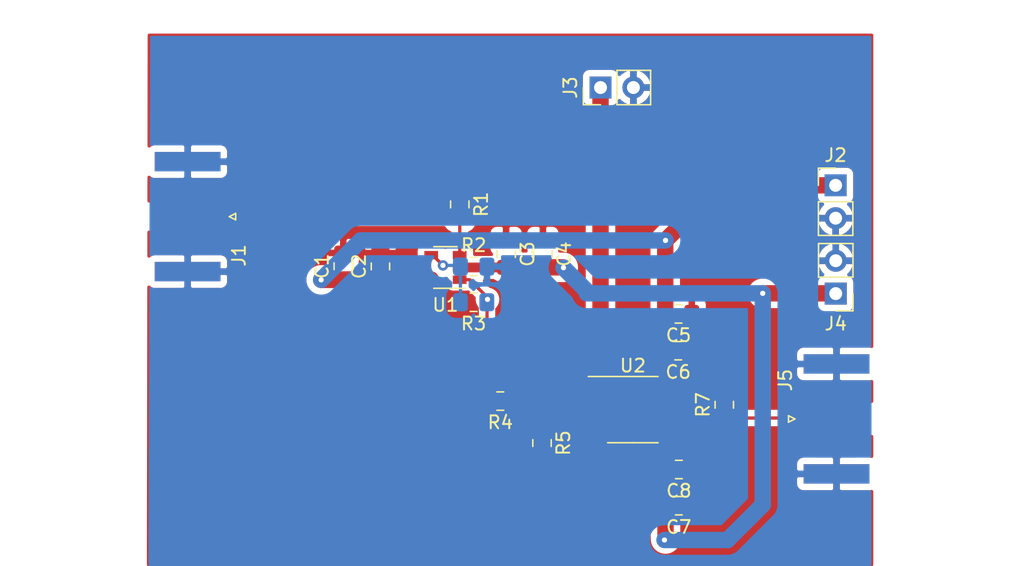
<source format=kicad_pcb>
(kicad_pcb (version 20171130) (host pcbnew "(5.1.5-0-10_14)")

  (general
    (thickness 1.6)
    (drawings 0)
    (tracks 70)
    (zones 0)
    (modules 21)
    (nets 12)
  )

  (page A4)
  (layers
    (0 F.Cu signal)
    (31 B.Cu signal)
    (32 B.Adhes user)
    (33 F.Adhes user)
    (34 B.Paste user)
    (35 F.Paste user)
    (36 B.SilkS user)
    (37 F.SilkS user)
    (38 B.Mask user)
    (39 F.Mask user)
    (40 Dwgs.User user)
    (41 Cmts.User user)
    (42 Eco1.User user)
    (43 Eco2.User user)
    (44 Edge.Cuts user)
    (45 Margin user)
    (46 B.CrtYd user)
    (47 F.CrtYd user)
    (48 B.Fab user)
    (49 F.Fab user)
  )

  (setup
    (last_trace_width 0.25)
    (trace_clearance 0.2)
    (zone_clearance 0.508)
    (zone_45_only no)
    (trace_min 0.2)
    (via_size 0.8)
    (via_drill 0.4)
    (via_min_size 0.4)
    (via_min_drill 0.3)
    (uvia_size 0.3)
    (uvia_drill 0.1)
    (uvias_allowed no)
    (uvia_min_size 0.2)
    (uvia_min_drill 0.1)
    (edge_width 0.05)
    (segment_width 0.2)
    (pcb_text_width 0.3)
    (pcb_text_size 1.5 1.5)
    (mod_edge_width 0.12)
    (mod_text_size 1 1)
    (mod_text_width 0.15)
    (pad_size 1.15 1.4)
    (pad_drill 0)
    (pad_to_mask_clearance 0.051)
    (solder_mask_min_width 0.25)
    (aux_axis_origin 0 0)
    (visible_elements FFFFFF7F)
    (pcbplotparams
      (layerselection 0x010fc_ffffffff)
      (usegerberextensions false)
      (usegerberattributes false)
      (usegerberadvancedattributes false)
      (creategerberjobfile false)
      (excludeedgelayer true)
      (linewidth 0.100000)
      (plotframeref false)
      (viasonmask false)
      (mode 1)
      (useauxorigin false)
      (hpglpennumber 1)
      (hpglpenspeed 20)
      (hpglpendiameter 15.000000)
      (psnegative false)
      (psa4output false)
      (plotreference true)
      (plotvalue true)
      (plotinvisibletext false)
      (padsonsilk false)
      (subtractmaskfromsilk false)
      (outputformat 1)
      (mirror false)
      (drillshape 1)
      (scaleselection 1)
      (outputdirectory ""))
  )

  (net 0 "")
  (net 1 GND)
  (net 2 -5V)
  (net 3 +5V)
  (net 4 "Net-(J1-Pad1)")
  (net 5 VS)
  (net 6 "Net-(J5-Pad1)")
  (net 7 "Net-(R2-Pad1)")
  (net 8 "Net-(R3-Pad1)")
  (net 9 "Net-(R4-Pad1)")
  (net 10 "Net-(R5-Pad1)")
  (net 11 "Net-(R7-Pad2)")

  (net_class Default "This is the default net class."
    (clearance 0.2)
    (trace_width 0.25)
    (via_dia 0.8)
    (via_drill 0.4)
    (uvia_dia 0.3)
    (uvia_drill 0.1)
    (add_net +5V)
    (add_net -5V)
    (add_net GND)
    (add_net "Net-(J1-Pad1)")
    (add_net "Net-(J5-Pad1)")
    (add_net "Net-(R2-Pad1)")
    (add_net "Net-(R3-Pad1)")
    (add_net "Net-(R4-Pad1)")
    (add_net "Net-(R5-Pad1)")
    (add_net "Net-(R7-Pad2)")
    (add_net VS)
  )

  (module Capacitor_SMD:C_0805_2012Metric_Pad1.15x1.40mm_HandSolder (layer F.Cu) (tedit 5B36C52B) (tstamp 5E4F5316)
    (at 124.51 88.305 90)
    (descr "Capacitor SMD 0805 (2012 Metric), square (rectangular) end terminal, IPC_7351 nominal with elongated pad for handsoldering. (Body size source: https://docs.google.com/spreadsheets/d/1BsfQQcO9C6DZCsRaXUlFlo91Tg2WpOkGARC1WS5S8t0/edit?usp=sharing), generated with kicad-footprint-generator")
    (tags "capacitor handsolder")
    (path /5E4E6ED3)
    (attr smd)
    (fp_text reference C1 (at 0 -1.65 90) (layer F.SilkS)
      (effects (font (size 1 1) (thickness 0.15)))
    )
    (fp_text value 4.7uF (at 0 1.65 90) (layer F.Fab)
      (effects (font (size 1 1) (thickness 0.15)))
    )
    (fp_text user %R (at 0 0 90) (layer F.Fab)
      (effects (font (size 0.5 0.5) (thickness 0.08)))
    )
    (fp_line (start 1.85 0.95) (end -1.85 0.95) (layer F.CrtYd) (width 0.05))
    (fp_line (start 1.85 -0.95) (end 1.85 0.95) (layer F.CrtYd) (width 0.05))
    (fp_line (start -1.85 -0.95) (end 1.85 -0.95) (layer F.CrtYd) (width 0.05))
    (fp_line (start -1.85 0.95) (end -1.85 -0.95) (layer F.CrtYd) (width 0.05))
    (fp_line (start -0.261252 0.71) (end 0.261252 0.71) (layer F.SilkS) (width 0.12))
    (fp_line (start -0.261252 -0.71) (end 0.261252 -0.71) (layer F.SilkS) (width 0.12))
    (fp_line (start 1 0.6) (end -1 0.6) (layer F.Fab) (width 0.1))
    (fp_line (start 1 -0.6) (end 1 0.6) (layer F.Fab) (width 0.1))
    (fp_line (start -1 -0.6) (end 1 -0.6) (layer F.Fab) (width 0.1))
    (fp_line (start -1 0.6) (end -1 -0.6) (layer F.Fab) (width 0.1))
    (pad 2 smd roundrect (at 1.025 0 90) (size 1.15 1.4) (layers F.Cu F.Paste F.Mask) (roundrect_rratio 0.217391)
      (net 1 GND))
    (pad 1 smd roundrect (at -1.025 0 90) (size 1.15 1.4) (layers F.Cu F.Paste F.Mask) (roundrect_rratio 0.217391)
      (net 3 +5V))
    (model ${KISYS3DMOD}/Capacitor_SMD.3dshapes/C_0805_2012Metric.wrl
      (at (xyz 0 0 0))
      (scale (xyz 1 1 1))
      (rotate (xyz 0 0 0))
    )
  )

  (module Capacitor_SMD:C_0805_2012Metric_Pad1.15x1.40mm_HandSolder (layer F.Cu) (tedit 5B36C52B) (tstamp 5E4F5327)
    (at 127.38 88.315 90)
    (descr "Capacitor SMD 0805 (2012 Metric), square (rectangular) end terminal, IPC_7351 nominal with elongated pad for handsoldering. (Body size source: https://docs.google.com/spreadsheets/d/1BsfQQcO9C6DZCsRaXUlFlo91Tg2WpOkGARC1WS5S8t0/edit?usp=sharing), generated with kicad-footprint-generator")
    (tags "capacitor handsolder")
    (path /5E4E5F74)
    (attr smd)
    (fp_text reference C2 (at 0 -1.65 90) (layer F.SilkS)
      (effects (font (size 1 1) (thickness 0.15)))
    )
    (fp_text value 10nF (at 0 1.65 90) (layer F.Fab)
      (effects (font (size 1 1) (thickness 0.15)))
    )
    (fp_line (start -1 0.6) (end -1 -0.6) (layer F.Fab) (width 0.1))
    (fp_line (start -1 -0.6) (end 1 -0.6) (layer F.Fab) (width 0.1))
    (fp_line (start 1 -0.6) (end 1 0.6) (layer F.Fab) (width 0.1))
    (fp_line (start 1 0.6) (end -1 0.6) (layer F.Fab) (width 0.1))
    (fp_line (start -0.261252 -0.71) (end 0.261252 -0.71) (layer F.SilkS) (width 0.12))
    (fp_line (start -0.261252 0.71) (end 0.261252 0.71) (layer F.SilkS) (width 0.12))
    (fp_line (start -1.85 0.95) (end -1.85 -0.95) (layer F.CrtYd) (width 0.05))
    (fp_line (start -1.85 -0.95) (end 1.85 -0.95) (layer F.CrtYd) (width 0.05))
    (fp_line (start 1.85 -0.95) (end 1.85 0.95) (layer F.CrtYd) (width 0.05))
    (fp_line (start 1.85 0.95) (end -1.85 0.95) (layer F.CrtYd) (width 0.05))
    (fp_text user %R (at 0 0 90) (layer F.Fab)
      (effects (font (size 0.5 0.5) (thickness 0.08)))
    )
    (pad 1 smd roundrect (at -1.025 0 90) (size 1.15 1.4) (layers F.Cu F.Paste F.Mask) (roundrect_rratio 0.217391)
      (net 3 +5V))
    (pad 2 smd roundrect (at 1.025 0 90) (size 1.15 1.4) (layers F.Cu F.Paste F.Mask) (roundrect_rratio 0.217391)
      (net 1 GND))
    (model ${KISYS3DMOD}/Capacitor_SMD.3dshapes/C_0805_2012Metric.wrl
      (at (xyz 0 0 0))
      (scale (xyz 1 1 1))
      (rotate (xyz 0 0 0))
    )
  )

  (module Capacitor_SMD:C_0805_2012Metric_Pad1.15x1.40mm_HandSolder (layer F.Cu) (tedit 5B36C52B) (tstamp 5E4F5338)
    (at 137.09 87.365 270)
    (descr "Capacitor SMD 0805 (2012 Metric), square (rectangular) end terminal, IPC_7351 nominal with elongated pad for handsoldering. (Body size source: https://docs.google.com/spreadsheets/d/1BsfQQcO9C6DZCsRaXUlFlo91Tg2WpOkGARC1WS5S8t0/edit?usp=sharing), generated with kicad-footprint-generator")
    (tags "capacitor handsolder")
    (path /5E4E56C6)
    (attr smd)
    (fp_text reference C3 (at 0 -1.65 90) (layer F.SilkS)
      (effects (font (size 1 1) (thickness 0.15)))
    )
    (fp_text value 4.7uF (at 0 1.65 90) (layer F.Fab)
      (effects (font (size 1 1) (thickness 0.15)))
    )
    (fp_line (start -1 0.6) (end -1 -0.6) (layer F.Fab) (width 0.1))
    (fp_line (start -1 -0.6) (end 1 -0.6) (layer F.Fab) (width 0.1))
    (fp_line (start 1 -0.6) (end 1 0.6) (layer F.Fab) (width 0.1))
    (fp_line (start 1 0.6) (end -1 0.6) (layer F.Fab) (width 0.1))
    (fp_line (start -0.261252 -0.71) (end 0.261252 -0.71) (layer F.SilkS) (width 0.12))
    (fp_line (start -0.261252 0.71) (end 0.261252 0.71) (layer F.SilkS) (width 0.12))
    (fp_line (start -1.85 0.95) (end -1.85 -0.95) (layer F.CrtYd) (width 0.05))
    (fp_line (start -1.85 -0.95) (end 1.85 -0.95) (layer F.CrtYd) (width 0.05))
    (fp_line (start 1.85 -0.95) (end 1.85 0.95) (layer F.CrtYd) (width 0.05))
    (fp_line (start 1.85 0.95) (end -1.85 0.95) (layer F.CrtYd) (width 0.05))
    (fp_text user %R (at 0 0 90) (layer F.Fab)
      (effects (font (size 0.5 0.5) (thickness 0.08)))
    )
    (pad 1 smd roundrect (at -1.025 0 270) (size 1.15 1.4) (layers F.Cu F.Paste F.Mask) (roundrect_rratio 0.217391)
      (net 1 GND))
    (pad 2 smd roundrect (at 1.025 0 270) (size 1.15 1.4) (layers F.Cu F.Paste F.Mask) (roundrect_rratio 0.217391)
      (net 2 -5V))
    (model ${KISYS3DMOD}/Capacitor_SMD.3dshapes/C_0805_2012Metric.wrl
      (at (xyz 0 0 0))
      (scale (xyz 1 1 1))
      (rotate (xyz 0 0 0))
    )
  )

  (module Capacitor_SMD:C_0805_2012Metric_Pad1.15x1.40mm_HandSolder (layer F.Cu) (tedit 5B36C52B) (tstamp 5E4F5349)
    (at 139.93 87.365 270)
    (descr "Capacitor SMD 0805 (2012 Metric), square (rectangular) end terminal, IPC_7351 nominal with elongated pad for handsoldering. (Body size source: https://docs.google.com/spreadsheets/d/1BsfQQcO9C6DZCsRaXUlFlo91Tg2WpOkGARC1WS5S8t0/edit?usp=sharing), generated with kicad-footprint-generator")
    (tags "capacitor handsolder")
    (path /5E4E5BEC)
    (attr smd)
    (fp_text reference C4 (at 0 -1.65 90) (layer F.SilkS)
      (effects (font (size 1 1) (thickness 0.15)))
    )
    (fp_text value 10nF (at 0 1.65 90) (layer F.Fab)
      (effects (font (size 1 1) (thickness 0.15)))
    )
    (fp_text user %R (at 0 0 90) (layer F.Fab)
      (effects (font (size 0.5 0.5) (thickness 0.08)))
    )
    (fp_line (start 1.85 0.95) (end -1.85 0.95) (layer F.CrtYd) (width 0.05))
    (fp_line (start 1.85 -0.95) (end 1.85 0.95) (layer F.CrtYd) (width 0.05))
    (fp_line (start -1.85 -0.95) (end 1.85 -0.95) (layer F.CrtYd) (width 0.05))
    (fp_line (start -1.85 0.95) (end -1.85 -0.95) (layer F.CrtYd) (width 0.05))
    (fp_line (start -0.261252 0.71) (end 0.261252 0.71) (layer F.SilkS) (width 0.12))
    (fp_line (start -0.261252 -0.71) (end 0.261252 -0.71) (layer F.SilkS) (width 0.12))
    (fp_line (start 1 0.6) (end -1 0.6) (layer F.Fab) (width 0.1))
    (fp_line (start 1 -0.6) (end 1 0.6) (layer F.Fab) (width 0.1))
    (fp_line (start -1 -0.6) (end 1 -0.6) (layer F.Fab) (width 0.1))
    (fp_line (start -1 0.6) (end -1 -0.6) (layer F.Fab) (width 0.1))
    (pad 2 smd roundrect (at 1.025 0 270) (size 1.15 1.4) (layers F.Cu F.Paste F.Mask) (roundrect_rratio 0.217391)
      (net 2 -5V))
    (pad 1 smd roundrect (at -1.025 0 270) (size 1.15 1.4) (layers F.Cu F.Paste F.Mask) (roundrect_rratio 0.217391)
      (net 1 GND))
    (model ${KISYS3DMOD}/Capacitor_SMD.3dshapes/C_0805_2012Metric.wrl
      (at (xyz 0 0 0))
      (scale (xyz 1 1 1))
      (rotate (xyz 0 0 0))
    )
  )

  (module Capacitor_SMD:C_0805_2012Metric_Pad1.15x1.40mm_HandSolder (layer F.Cu) (tedit 5B36C52B) (tstamp 5E4F535A)
    (at 150.405 91.99 180)
    (descr "Capacitor SMD 0805 (2012 Metric), square (rectangular) end terminal, IPC_7351 nominal with elongated pad for handsoldering. (Body size source: https://docs.google.com/spreadsheets/d/1BsfQQcO9C6DZCsRaXUlFlo91Tg2WpOkGARC1WS5S8t0/edit?usp=sharing), generated with kicad-footprint-generator")
    (tags "capacitor handsolder")
    (path /5E509049)
    (attr smd)
    (fp_text reference C5 (at 0 -1.65) (layer F.SilkS)
      (effects (font (size 1 1) (thickness 0.15)))
    )
    (fp_text value 0.1uH (at 0 1.65) (layer F.Fab)
      (effects (font (size 1 1) (thickness 0.15)))
    )
    (fp_line (start -1 0.6) (end -1 -0.6) (layer F.Fab) (width 0.1))
    (fp_line (start -1 -0.6) (end 1 -0.6) (layer F.Fab) (width 0.1))
    (fp_line (start 1 -0.6) (end 1 0.6) (layer F.Fab) (width 0.1))
    (fp_line (start 1 0.6) (end -1 0.6) (layer F.Fab) (width 0.1))
    (fp_line (start -0.261252 -0.71) (end 0.261252 -0.71) (layer F.SilkS) (width 0.12))
    (fp_line (start -0.261252 0.71) (end 0.261252 0.71) (layer F.SilkS) (width 0.12))
    (fp_line (start -1.85 0.95) (end -1.85 -0.95) (layer F.CrtYd) (width 0.05))
    (fp_line (start -1.85 -0.95) (end 1.85 -0.95) (layer F.CrtYd) (width 0.05))
    (fp_line (start 1.85 -0.95) (end 1.85 0.95) (layer F.CrtYd) (width 0.05))
    (fp_line (start 1.85 0.95) (end -1.85 0.95) (layer F.CrtYd) (width 0.05))
    (fp_text user %R (at 0 0) (layer F.Fab)
      (effects (font (size 0.5 0.5) (thickness 0.08)))
    )
    (pad 1 smd roundrect (at -1.025 0 180) (size 1.15 1.4) (layers F.Cu F.Paste F.Mask) (roundrect_rratio 0.217391)
      (net 1 GND))
    (pad 2 smd roundrect (at 1.025 0 180) (size 1.15 1.4) (layers F.Cu F.Paste F.Mask) (roundrect_rratio 0.217391)
      (net 3 +5V))
    (model ${KISYS3DMOD}/Capacitor_SMD.3dshapes/C_0805_2012Metric.wrl
      (at (xyz 0 0 0))
      (scale (xyz 1 1 1))
      (rotate (xyz 0 0 0))
    )
  )

  (module Capacitor_SMD:C_0805_2012Metric_Pad1.15x1.40mm_HandSolder (layer F.Cu) (tedit 5B36C52B) (tstamp 5E4F536B)
    (at 150.38 94.835 180)
    (descr "Capacitor SMD 0805 (2012 Metric), square (rectangular) end terminal, IPC_7351 nominal with elongated pad for handsoldering. (Body size source: https://docs.google.com/spreadsheets/d/1BsfQQcO9C6DZCsRaXUlFlo91Tg2WpOkGARC1WS5S8t0/edit?usp=sharing), generated with kicad-footprint-generator")
    (tags "capacitor handsolder")
    (path /5E50904F)
    (attr smd)
    (fp_text reference C6 (at 0 -1.65) (layer F.SilkS)
      (effects (font (size 1 1) (thickness 0.15)))
    )
    (fp_text value 6.8uH (at 0 1.65) (layer F.Fab)
      (effects (font (size 1 1) (thickness 0.15)))
    )
    (fp_text user %R (at 0 0) (layer F.Fab)
      (effects (font (size 0.5 0.5) (thickness 0.08)))
    )
    (fp_line (start 1.85 0.95) (end -1.85 0.95) (layer F.CrtYd) (width 0.05))
    (fp_line (start 1.85 -0.95) (end 1.85 0.95) (layer F.CrtYd) (width 0.05))
    (fp_line (start -1.85 -0.95) (end 1.85 -0.95) (layer F.CrtYd) (width 0.05))
    (fp_line (start -1.85 0.95) (end -1.85 -0.95) (layer F.CrtYd) (width 0.05))
    (fp_line (start -0.261252 0.71) (end 0.261252 0.71) (layer F.SilkS) (width 0.12))
    (fp_line (start -0.261252 -0.71) (end 0.261252 -0.71) (layer F.SilkS) (width 0.12))
    (fp_line (start 1 0.6) (end -1 0.6) (layer F.Fab) (width 0.1))
    (fp_line (start 1 -0.6) (end 1 0.6) (layer F.Fab) (width 0.1))
    (fp_line (start -1 -0.6) (end 1 -0.6) (layer F.Fab) (width 0.1))
    (fp_line (start -1 0.6) (end -1 -0.6) (layer F.Fab) (width 0.1))
    (pad 2 smd roundrect (at 1.025 0 180) (size 1.15 1.4) (layers F.Cu F.Paste F.Mask) (roundrect_rratio 0.217391)
      (net 3 +5V))
    (pad 1 smd roundrect (at -1.025 0 180) (size 1.15 1.4) (layers F.Cu F.Paste F.Mask) (roundrect_rratio 0.217391)
      (net 1 GND))
    (model ${KISYS3DMOD}/Capacitor_SMD.3dshapes/C_0805_2012Metric.wrl
      (at (xyz 0 0 0))
      (scale (xyz 1 1 1))
      (rotate (xyz 0 0 0))
    )
  )

  (module Capacitor_SMD:C_0805_2012Metric_Pad1.15x1.40mm_HandSolder (layer F.Cu) (tedit 5B36C52B) (tstamp 5E4F537C)
    (at 150.425 106.82 180)
    (descr "Capacitor SMD 0805 (2012 Metric), square (rectangular) end terminal, IPC_7351 nominal with elongated pad for handsoldering. (Body size source: https://docs.google.com/spreadsheets/d/1BsfQQcO9C6DZCsRaXUlFlo91Tg2WpOkGARC1WS5S8t0/edit?usp=sharing), generated with kicad-footprint-generator")
    (tags "capacitor handsolder")
    (path /5E4FE6BE)
    (attr smd)
    (fp_text reference C7 (at 0 -1.65) (layer F.SilkS)
      (effects (font (size 1 1) (thickness 0.15)))
    )
    (fp_text value 6.8uH (at 0 1.65) (layer F.Fab)
      (effects (font (size 1 1) (thickness 0.15)))
    )
    (fp_text user %R (at 0 0) (layer F.Fab)
      (effects (font (size 0.5 0.5) (thickness 0.08)))
    )
    (fp_line (start 1.85 0.95) (end -1.85 0.95) (layer F.CrtYd) (width 0.05))
    (fp_line (start 1.85 -0.95) (end 1.85 0.95) (layer F.CrtYd) (width 0.05))
    (fp_line (start -1.85 -0.95) (end 1.85 -0.95) (layer F.CrtYd) (width 0.05))
    (fp_line (start -1.85 0.95) (end -1.85 -0.95) (layer F.CrtYd) (width 0.05))
    (fp_line (start -0.261252 0.71) (end 0.261252 0.71) (layer F.SilkS) (width 0.12))
    (fp_line (start -0.261252 -0.71) (end 0.261252 -0.71) (layer F.SilkS) (width 0.12))
    (fp_line (start 1 0.6) (end -1 0.6) (layer F.Fab) (width 0.1))
    (fp_line (start 1 -0.6) (end 1 0.6) (layer F.Fab) (width 0.1))
    (fp_line (start -1 -0.6) (end 1 -0.6) (layer F.Fab) (width 0.1))
    (fp_line (start -1 0.6) (end -1 -0.6) (layer F.Fab) (width 0.1))
    (pad 2 smd roundrect (at 1.025 0 180) (size 1.15 1.4) (layers F.Cu F.Paste F.Mask) (roundrect_rratio 0.217391)
      (net 2 -5V))
    (pad 1 smd roundrect (at -1.025 0 180) (size 1.15 1.4) (layers F.Cu F.Paste F.Mask) (roundrect_rratio 0.217391)
      (net 1 GND))
    (model ${KISYS3DMOD}/Capacitor_SMD.3dshapes/C_0805_2012Metric.wrl
      (at (xyz 0 0 0))
      (scale (xyz 1 1 1))
      (rotate (xyz 0 0 0))
    )
  )

  (module Capacitor_SMD:C_0805_2012Metric_Pad1.15x1.40mm_HandSolder (layer F.Cu) (tedit 5B36C52B) (tstamp 5E4F538D)
    (at 150.435 104.02 180)
    (descr "Capacitor SMD 0805 (2012 Metric), square (rectangular) end terminal, IPC_7351 nominal with elongated pad for handsoldering. (Body size source: https://docs.google.com/spreadsheets/d/1BsfQQcO9C6DZCsRaXUlFlo91Tg2WpOkGARC1WS5S8t0/edit?usp=sharing), generated with kicad-footprint-generator")
    (tags "capacitor handsolder")
    (path /5E4FDCAE)
    (attr smd)
    (fp_text reference C8 (at 0 -1.65) (layer F.SilkS)
      (effects (font (size 1 1) (thickness 0.15)))
    )
    (fp_text value 0.1uH (at 0 1.65) (layer F.Fab)
      (effects (font (size 1 1) (thickness 0.15)))
    )
    (fp_line (start -1 0.6) (end -1 -0.6) (layer F.Fab) (width 0.1))
    (fp_line (start -1 -0.6) (end 1 -0.6) (layer F.Fab) (width 0.1))
    (fp_line (start 1 -0.6) (end 1 0.6) (layer F.Fab) (width 0.1))
    (fp_line (start 1 0.6) (end -1 0.6) (layer F.Fab) (width 0.1))
    (fp_line (start -0.261252 -0.71) (end 0.261252 -0.71) (layer F.SilkS) (width 0.12))
    (fp_line (start -0.261252 0.71) (end 0.261252 0.71) (layer F.SilkS) (width 0.12))
    (fp_line (start -1.85 0.95) (end -1.85 -0.95) (layer F.CrtYd) (width 0.05))
    (fp_line (start -1.85 -0.95) (end 1.85 -0.95) (layer F.CrtYd) (width 0.05))
    (fp_line (start 1.85 -0.95) (end 1.85 0.95) (layer F.CrtYd) (width 0.05))
    (fp_line (start 1.85 0.95) (end -1.85 0.95) (layer F.CrtYd) (width 0.05))
    (fp_text user %R (at 0 0) (layer F.Fab)
      (effects (font (size 0.5 0.5) (thickness 0.08)))
    )
    (pad 1 smd roundrect (at -1.025 0 180) (size 1.15 1.4) (layers F.Cu F.Paste F.Mask) (roundrect_rratio 0.217391)
      (net 1 GND))
    (pad 2 smd roundrect (at 1.025 0 180) (size 1.15 1.4) (layers F.Cu F.Paste F.Mask) (roundrect_rratio 0.217391)
      (net 2 -5V))
    (model ${KISYS3DMOD}/Capacitor_SMD.3dshapes/C_0805_2012Metric.wrl
      (at (xyz 0 0 0))
      (scale (xyz 1 1 1))
      (rotate (xyz 0 0 0))
    )
  )

  (module Connector_Coaxial:SMA_Amphenol_132289_EdgeMount (layer F.Cu) (tedit 5A1C1810) (tstamp 5E4F53B0)
    (at 112.49 84.47 180)
    (descr http://www.amphenolrf.com/132289.html)
    (tags SMA)
    (path /5E4E953B)
    (attr smd)
    (fp_text reference J1 (at -3.96 -3 90) (layer F.SilkS)
      (effects (font (size 1 1) (thickness 0.15)))
    )
    (fp_text value Conn_Coaxial (at 5 6) (layer F.Fab)
      (effects (font (size 1 1) (thickness 0.15)))
    )
    (fp_line (start -3.71 0.25) (end -3.21 0) (layer F.SilkS) (width 0.12))
    (fp_line (start -3.71 -0.25) (end -3.71 0.25) (layer F.SilkS) (width 0.12))
    (fp_line (start -3.21 0) (end -3.71 -0.25) (layer F.SilkS) (width 0.12))
    (fp_line (start 3.54 0) (end 2.54 0.75) (layer F.Fab) (width 0.1))
    (fp_line (start 2.54 -0.75) (end 3.54 0) (layer F.Fab) (width 0.1))
    (fp_text user %R (at 4.79 0 270) (layer F.Fab)
      (effects (font (size 1 1) (thickness 0.15)))
    )
    (fp_line (start 14.47 -5.58) (end -3.04 -5.58) (layer F.CrtYd) (width 0.05))
    (fp_line (start 14.47 -5.58) (end 14.47 5.58) (layer F.CrtYd) (width 0.05))
    (fp_line (start 14.47 5.58) (end -3.04 5.58) (layer F.CrtYd) (width 0.05))
    (fp_line (start -3.04 5.58) (end -3.04 -5.58) (layer F.CrtYd) (width 0.05))
    (fp_line (start 14.47 -5.58) (end -3.04 -5.58) (layer B.CrtYd) (width 0.05))
    (fp_line (start 14.47 -5.58) (end 14.47 5.58) (layer B.CrtYd) (width 0.05))
    (fp_line (start 14.47 5.58) (end -3.04 5.58) (layer B.CrtYd) (width 0.05))
    (fp_line (start -3.04 5.58) (end -3.04 -5.58) (layer B.CrtYd) (width 0.05))
    (fp_line (start 4.445 -3.81) (end 13.97 -3.81) (layer F.Fab) (width 0.1))
    (fp_line (start 13.97 -3.81) (end 13.97 3.81) (layer F.Fab) (width 0.1))
    (fp_line (start 13.97 3.81) (end 4.445 3.81) (layer F.Fab) (width 0.1))
    (fp_line (start 4.445 5.08) (end 4.445 3.81) (layer F.Fab) (width 0.1))
    (fp_line (start 4.445 -3.81) (end 4.445 -5.08) (layer F.Fab) (width 0.1))
    (fp_line (start -1.91 -5.08) (end 4.445 -5.08) (layer F.Fab) (width 0.1))
    (fp_line (start -1.91 -5.08) (end -1.91 -3.81) (layer F.Fab) (width 0.1))
    (fp_line (start -1.91 -3.81) (end 2.54 -3.81) (layer F.Fab) (width 0.1))
    (fp_line (start 2.54 -3.81) (end 2.54 3.81) (layer F.Fab) (width 0.1))
    (fp_line (start 2.54 3.81) (end -1.91 3.81) (layer F.Fab) (width 0.1))
    (fp_line (start -1.91 3.81) (end -1.91 5.08) (layer F.Fab) (width 0.1))
    (fp_line (start -1.91 5.08) (end 4.445 5.08) (layer F.Fab) (width 0.1))
    (pad 2 smd rect (at 0 4.25 270) (size 1.5 5.08) (layers B.Cu B.Paste B.Mask)
      (net 1 GND))
    (pad 2 smd rect (at 0 -4.25 270) (size 1.5 5.08) (layers B.Cu B.Paste B.Mask)
      (net 1 GND))
    (pad 2 smd rect (at 0 4.25 270) (size 1.5 5.08) (layers F.Cu F.Paste F.Mask)
      (net 1 GND))
    (pad 2 smd rect (at 0 -4.25 270) (size 1.5 5.08) (layers F.Cu F.Paste F.Mask)
      (net 1 GND))
    (pad 1 smd rect (at 0 0 270) (size 1.5 5.08) (layers F.Cu F.Paste F.Mask)
      (net 4 "Net-(J1-Pad1)"))
    (model ${KISYS3DMOD}/Connector_Coaxial.3dshapes/SMA_Amphenol_132289_EdgeMount.wrl
      (at (xyz 0 0 0))
      (scale (xyz 1 1 1))
      (rotate (xyz 0 0 0))
    )
  )

  (module Connector_PinHeader_2.54mm:PinHeader_1x02_P2.54mm_Vertical (layer F.Cu) (tedit 59FED5CC) (tstamp 5E4F53C6)
    (at 162.54 82.05)
    (descr "Through hole straight pin header, 1x02, 2.54mm pitch, single row")
    (tags "Through hole pin header THT 1x02 2.54mm single row")
    (path /5E4F3BCD)
    (fp_text reference J2 (at 0 -2.33) (layer F.SilkS)
      (effects (font (size 1 1) (thickness 0.15)))
    )
    (fp_text value Conn_01x02_Male (at 0 4.87) (layer F.Fab)
      (effects (font (size 1 1) (thickness 0.15)))
    )
    (fp_line (start -0.635 -1.27) (end 1.27 -1.27) (layer F.Fab) (width 0.1))
    (fp_line (start 1.27 -1.27) (end 1.27 3.81) (layer F.Fab) (width 0.1))
    (fp_line (start 1.27 3.81) (end -1.27 3.81) (layer F.Fab) (width 0.1))
    (fp_line (start -1.27 3.81) (end -1.27 -0.635) (layer F.Fab) (width 0.1))
    (fp_line (start -1.27 -0.635) (end -0.635 -1.27) (layer F.Fab) (width 0.1))
    (fp_line (start -1.33 3.87) (end 1.33 3.87) (layer F.SilkS) (width 0.12))
    (fp_line (start -1.33 1.27) (end -1.33 3.87) (layer F.SilkS) (width 0.12))
    (fp_line (start 1.33 1.27) (end 1.33 3.87) (layer F.SilkS) (width 0.12))
    (fp_line (start -1.33 1.27) (end 1.33 1.27) (layer F.SilkS) (width 0.12))
    (fp_line (start -1.33 0) (end -1.33 -1.33) (layer F.SilkS) (width 0.12))
    (fp_line (start -1.33 -1.33) (end 0 -1.33) (layer F.SilkS) (width 0.12))
    (fp_line (start -1.8 -1.8) (end -1.8 4.35) (layer F.CrtYd) (width 0.05))
    (fp_line (start -1.8 4.35) (end 1.8 4.35) (layer F.CrtYd) (width 0.05))
    (fp_line (start 1.8 4.35) (end 1.8 -1.8) (layer F.CrtYd) (width 0.05))
    (fp_line (start 1.8 -1.8) (end -1.8 -1.8) (layer F.CrtYd) (width 0.05))
    (fp_text user %R (at 0 1.27 90) (layer F.Fab)
      (effects (font (size 1 1) (thickness 0.15)))
    )
    (pad 1 thru_hole rect (at 0 0) (size 1.7 1.7) (drill 1) (layers *.Cu *.Mask)
      (net 3 +5V))
    (pad 2 thru_hole oval (at 0 2.54) (size 1.7 1.7) (drill 1) (layers *.Cu *.Mask)
      (net 1 GND))
    (model ${KISYS3DMOD}/Connector_PinHeader_2.54mm.3dshapes/PinHeader_1x02_P2.54mm_Vertical.wrl
      (at (xyz 0 0 0))
      (scale (xyz 1 1 1))
      (rotate (xyz 0 0 0))
    )
  )

  (module Connector_PinHeader_2.54mm:PinHeader_1x02_P2.54mm_Vertical (layer F.Cu) (tedit 59FED5CC) (tstamp 5E4F53DC)
    (at 144.38 74.49 90)
    (descr "Through hole straight pin header, 1x02, 2.54mm pitch, single row")
    (tags "Through hole pin header THT 1x02 2.54mm single row")
    (path /5E50257A)
    (fp_text reference J3 (at 0 -2.33 90) (layer F.SilkS)
      (effects (font (size 1 1) (thickness 0.15)))
    )
    (fp_text value Conn_01x02_Male (at 0 4.87 90) (layer F.Fab)
      (effects (font (size 1 1) (thickness 0.15)))
    )
    (fp_text user %R (at 0 1.27) (layer F.Fab)
      (effects (font (size 1 1) (thickness 0.15)))
    )
    (fp_line (start 1.8 -1.8) (end -1.8 -1.8) (layer F.CrtYd) (width 0.05))
    (fp_line (start 1.8 4.35) (end 1.8 -1.8) (layer F.CrtYd) (width 0.05))
    (fp_line (start -1.8 4.35) (end 1.8 4.35) (layer F.CrtYd) (width 0.05))
    (fp_line (start -1.8 -1.8) (end -1.8 4.35) (layer F.CrtYd) (width 0.05))
    (fp_line (start -1.33 -1.33) (end 0 -1.33) (layer F.SilkS) (width 0.12))
    (fp_line (start -1.33 0) (end -1.33 -1.33) (layer F.SilkS) (width 0.12))
    (fp_line (start -1.33 1.27) (end 1.33 1.27) (layer F.SilkS) (width 0.12))
    (fp_line (start 1.33 1.27) (end 1.33 3.87) (layer F.SilkS) (width 0.12))
    (fp_line (start -1.33 1.27) (end -1.33 3.87) (layer F.SilkS) (width 0.12))
    (fp_line (start -1.33 3.87) (end 1.33 3.87) (layer F.SilkS) (width 0.12))
    (fp_line (start -1.27 -0.635) (end -0.635 -1.27) (layer F.Fab) (width 0.1))
    (fp_line (start -1.27 3.81) (end -1.27 -0.635) (layer F.Fab) (width 0.1))
    (fp_line (start 1.27 3.81) (end -1.27 3.81) (layer F.Fab) (width 0.1))
    (fp_line (start 1.27 -1.27) (end 1.27 3.81) (layer F.Fab) (width 0.1))
    (fp_line (start -0.635 -1.27) (end 1.27 -1.27) (layer F.Fab) (width 0.1))
    (pad 2 thru_hole oval (at 0 2.54 90) (size 1.7 1.7) (drill 1) (layers *.Cu *.Mask)
      (net 1 GND))
    (pad 1 thru_hole rect (at 0 0 90) (size 1.7 1.7) (drill 1) (layers *.Cu *.Mask)
      (net 5 VS))
    (model ${KISYS3DMOD}/Connector_PinHeader_2.54mm.3dshapes/PinHeader_1x02_P2.54mm_Vertical.wrl
      (at (xyz 0 0 0))
      (scale (xyz 1 1 1))
      (rotate (xyz 0 0 0))
    )
  )

  (module Connector_PinHeader_2.54mm:PinHeader_1x02_P2.54mm_Vertical (layer F.Cu) (tedit 59FED5CC) (tstamp 5E4F53F2)
    (at 162.55 90.42 180)
    (descr "Through hole straight pin header, 1x02, 2.54mm pitch, single row")
    (tags "Through hole pin header THT 1x02 2.54mm single row")
    (path /5E51CFC7)
    (fp_text reference J4 (at 0 -2.33) (layer F.SilkS)
      (effects (font (size 1 1) (thickness 0.15)))
    )
    (fp_text value Conn_01x02_Male (at 0 4.87) (layer F.Fab)
      (effects (font (size 1 1) (thickness 0.15)))
    )
    (fp_line (start -0.635 -1.27) (end 1.27 -1.27) (layer F.Fab) (width 0.1))
    (fp_line (start 1.27 -1.27) (end 1.27 3.81) (layer F.Fab) (width 0.1))
    (fp_line (start 1.27 3.81) (end -1.27 3.81) (layer F.Fab) (width 0.1))
    (fp_line (start -1.27 3.81) (end -1.27 -0.635) (layer F.Fab) (width 0.1))
    (fp_line (start -1.27 -0.635) (end -0.635 -1.27) (layer F.Fab) (width 0.1))
    (fp_line (start -1.33 3.87) (end 1.33 3.87) (layer F.SilkS) (width 0.12))
    (fp_line (start -1.33 1.27) (end -1.33 3.87) (layer F.SilkS) (width 0.12))
    (fp_line (start 1.33 1.27) (end 1.33 3.87) (layer F.SilkS) (width 0.12))
    (fp_line (start -1.33 1.27) (end 1.33 1.27) (layer F.SilkS) (width 0.12))
    (fp_line (start -1.33 0) (end -1.33 -1.33) (layer F.SilkS) (width 0.12))
    (fp_line (start -1.33 -1.33) (end 0 -1.33) (layer F.SilkS) (width 0.12))
    (fp_line (start -1.8 -1.8) (end -1.8 4.35) (layer F.CrtYd) (width 0.05))
    (fp_line (start -1.8 4.35) (end 1.8 4.35) (layer F.CrtYd) (width 0.05))
    (fp_line (start 1.8 4.35) (end 1.8 -1.8) (layer F.CrtYd) (width 0.05))
    (fp_line (start 1.8 -1.8) (end -1.8 -1.8) (layer F.CrtYd) (width 0.05))
    (fp_text user %R (at 0 1.27 90) (layer F.Fab)
      (effects (font (size 1 1) (thickness 0.15)))
    )
    (pad 1 thru_hole rect (at 0 0 180) (size 1.7 1.7) (drill 1) (layers *.Cu *.Mask)
      (net 2 -5V))
    (pad 2 thru_hole oval (at 0 2.54 180) (size 1.7 1.7) (drill 1) (layers *.Cu *.Mask)
      (net 1 GND))
    (model ${KISYS3DMOD}/Connector_PinHeader_2.54mm.3dshapes/PinHeader_1x02_P2.54mm_Vertical.wrl
      (at (xyz 0 0 0))
      (scale (xyz 1 1 1))
      (rotate (xyz 0 0 0))
    )
  )

  (module Connector_Coaxial:SMA_Amphenol_132289_EdgeMount (layer F.Cu) (tedit 5A1C1810) (tstamp 5E4F5415)
    (at 162.61 100.11)
    (descr http://www.amphenolrf.com/132289.html)
    (tags SMA)
    (path /5E532DA5)
    (attr smd)
    (fp_text reference J5 (at -3.96 -3 90) (layer F.SilkS)
      (effects (font (size 1 1) (thickness 0.15)))
    )
    (fp_text value Conn_Coaxial (at 5 6) (layer F.Fab)
      (effects (font (size 1 1) (thickness 0.15)))
    )
    (fp_line (start -1.91 5.08) (end 4.445 5.08) (layer F.Fab) (width 0.1))
    (fp_line (start -1.91 3.81) (end -1.91 5.08) (layer F.Fab) (width 0.1))
    (fp_line (start 2.54 3.81) (end -1.91 3.81) (layer F.Fab) (width 0.1))
    (fp_line (start 2.54 -3.81) (end 2.54 3.81) (layer F.Fab) (width 0.1))
    (fp_line (start -1.91 -3.81) (end 2.54 -3.81) (layer F.Fab) (width 0.1))
    (fp_line (start -1.91 -5.08) (end -1.91 -3.81) (layer F.Fab) (width 0.1))
    (fp_line (start -1.91 -5.08) (end 4.445 -5.08) (layer F.Fab) (width 0.1))
    (fp_line (start 4.445 -3.81) (end 4.445 -5.08) (layer F.Fab) (width 0.1))
    (fp_line (start 4.445 5.08) (end 4.445 3.81) (layer F.Fab) (width 0.1))
    (fp_line (start 13.97 3.81) (end 4.445 3.81) (layer F.Fab) (width 0.1))
    (fp_line (start 13.97 -3.81) (end 13.97 3.81) (layer F.Fab) (width 0.1))
    (fp_line (start 4.445 -3.81) (end 13.97 -3.81) (layer F.Fab) (width 0.1))
    (fp_line (start -3.04 5.58) (end -3.04 -5.58) (layer B.CrtYd) (width 0.05))
    (fp_line (start 14.47 5.58) (end -3.04 5.58) (layer B.CrtYd) (width 0.05))
    (fp_line (start 14.47 -5.58) (end 14.47 5.58) (layer B.CrtYd) (width 0.05))
    (fp_line (start 14.47 -5.58) (end -3.04 -5.58) (layer B.CrtYd) (width 0.05))
    (fp_line (start -3.04 5.58) (end -3.04 -5.58) (layer F.CrtYd) (width 0.05))
    (fp_line (start 14.47 5.58) (end -3.04 5.58) (layer F.CrtYd) (width 0.05))
    (fp_line (start 14.47 -5.58) (end 14.47 5.58) (layer F.CrtYd) (width 0.05))
    (fp_line (start 14.47 -5.58) (end -3.04 -5.58) (layer F.CrtYd) (width 0.05))
    (fp_text user %R (at 4.79 0 270) (layer F.Fab)
      (effects (font (size 1 1) (thickness 0.15)))
    )
    (fp_line (start 2.54 -0.75) (end 3.54 0) (layer F.Fab) (width 0.1))
    (fp_line (start 3.54 0) (end 2.54 0.75) (layer F.Fab) (width 0.1))
    (fp_line (start -3.21 0) (end -3.71 -0.25) (layer F.SilkS) (width 0.12))
    (fp_line (start -3.71 -0.25) (end -3.71 0.25) (layer F.SilkS) (width 0.12))
    (fp_line (start -3.71 0.25) (end -3.21 0) (layer F.SilkS) (width 0.12))
    (pad 1 smd rect (at 0 0 90) (size 1.5 5.08) (layers F.Cu F.Paste F.Mask)
      (net 6 "Net-(J5-Pad1)"))
    (pad 2 smd rect (at 0 -4.25 90) (size 1.5 5.08) (layers F.Cu F.Paste F.Mask)
      (net 1 GND))
    (pad 2 smd rect (at 0 4.25 90) (size 1.5 5.08) (layers F.Cu F.Paste F.Mask)
      (net 1 GND))
    (pad 2 smd rect (at 0 -4.25 90) (size 1.5 5.08) (layers B.Cu B.Paste B.Mask)
      (net 1 GND))
    (pad 2 smd rect (at 0 4.25 90) (size 1.5 5.08) (layers B.Cu B.Paste B.Mask)
      (net 1 GND))
    (model ${KISYS3DMOD}/Connector_Coaxial.3dshapes/SMA_Amphenol_132289_EdgeMount.wrl
      (at (xyz 0 0 0))
      (scale (xyz 1 1 1))
      (rotate (xyz 0 0 0))
    )
  )

  (module Resistor_SMD:R_0805_2012Metric_Pad1.15x1.40mm_HandSolder (layer F.Cu) (tedit 5B36C52B) (tstamp 5E4F5426)
    (at 133.51 83.525 270)
    (descr "Resistor SMD 0805 (2012 Metric), square (rectangular) end terminal, IPC_7351 nominal with elongated pad for handsoldering. (Body size source: https://docs.google.com/spreadsheets/d/1BsfQQcO9C6DZCsRaXUlFlo91Tg2WpOkGARC1WS5S8t0/edit?usp=sharing), generated with kicad-footprint-generator")
    (tags "resistor handsolder")
    (path /5E4E76AD)
    (attr smd)
    (fp_text reference R1 (at 0 -1.65 90) (layer F.SilkS)
      (effects (font (size 1 1) (thickness 0.15)))
    )
    (fp_text value 50 (at 0 1.65 90) (layer F.Fab)
      (effects (font (size 1 1) (thickness 0.15)))
    )
    (fp_line (start -1 0.6) (end -1 -0.6) (layer F.Fab) (width 0.1))
    (fp_line (start -1 -0.6) (end 1 -0.6) (layer F.Fab) (width 0.1))
    (fp_line (start 1 -0.6) (end 1 0.6) (layer F.Fab) (width 0.1))
    (fp_line (start 1 0.6) (end -1 0.6) (layer F.Fab) (width 0.1))
    (fp_line (start -0.261252 -0.71) (end 0.261252 -0.71) (layer F.SilkS) (width 0.12))
    (fp_line (start -0.261252 0.71) (end 0.261252 0.71) (layer F.SilkS) (width 0.12))
    (fp_line (start -1.85 0.95) (end -1.85 -0.95) (layer F.CrtYd) (width 0.05))
    (fp_line (start -1.85 -0.95) (end 1.85 -0.95) (layer F.CrtYd) (width 0.05))
    (fp_line (start 1.85 -0.95) (end 1.85 0.95) (layer F.CrtYd) (width 0.05))
    (fp_line (start 1.85 0.95) (end -1.85 0.95) (layer F.CrtYd) (width 0.05))
    (fp_text user %R (at 0 0 90) (layer F.Fab)
      (effects (font (size 0.5 0.5) (thickness 0.08)))
    )
    (pad 1 smd roundrect (at -1.025 0 270) (size 1.15 1.4) (layers F.Cu F.Paste F.Mask) (roundrect_rratio 0.217391)
      (net 1 GND))
    (pad 2 smd roundrect (at 1.025 0 270) (size 1.15 1.4) (layers F.Cu F.Paste F.Mask) (roundrect_rratio 0.217391)
      (net 4 "Net-(J1-Pad1)"))
    (model ${KISYS3DMOD}/Resistor_SMD.3dshapes/R_0805_2012Metric.wrl
      (at (xyz 0 0 0))
      (scale (xyz 1 1 1))
      (rotate (xyz 0 0 0))
    )
  )

  (module Resistor_SMD:R_0805_2012Metric_Pad1.15x1.40mm_HandSolder (layer F.Cu) (tedit 5E4F08BD) (tstamp 5E4F5437)
    (at 134.585 88.33)
    (descr "Resistor SMD 0805 (2012 Metric), square (rectangular) end terminal, IPC_7351 nominal with elongated pad for handsoldering. (Body size source: https://docs.google.com/spreadsheets/d/1BsfQQcO9C6DZCsRaXUlFlo91Tg2WpOkGARC1WS5S8t0/edit?usp=sharing), generated with kicad-footprint-generator")
    (tags "resistor handsolder")
    (path /5E4F8F93)
    (attr smd)
    (fp_text reference R2 (at 0 -1.65) (layer F.SilkS)
      (effects (font (size 1 1) (thickness 0.15)))
    )
    (fp_text value 50 (at 0 1.65) (layer F.Fab)
      (effects (font (size 1 1) (thickness 0.15)))
    )
    (fp_line (start -1 0.6) (end -1 -0.6) (layer F.Fab) (width 0.1))
    (fp_line (start -1 -0.6) (end 1 -0.6) (layer F.Fab) (width 0.1))
    (fp_line (start 1 -0.6) (end 1 0.6) (layer F.Fab) (width 0.1))
    (fp_line (start 1 0.6) (end -1 0.6) (layer F.Fab) (width 0.1))
    (fp_line (start -0.261252 -0.71) (end 0.261252 -0.71) (layer F.SilkS) (width 0.12))
    (fp_line (start -0.261252 0.71) (end 0.261252 0.71) (layer F.SilkS) (width 0.12))
    (fp_line (start -1.85 0.95) (end -1.85 -0.95) (layer F.CrtYd) (width 0.05))
    (fp_line (start -1.85 -0.95) (end 1.85 -0.95) (layer F.CrtYd) (width 0.05))
    (fp_line (start 1.85 -0.95) (end 1.85 0.95) (layer F.CrtYd) (width 0.05))
    (fp_line (start 1.85 0.95) (end -1.85 0.95) (layer F.CrtYd) (width 0.05))
    (fp_text user %R (at 0 0) (layer F.Fab)
      (effects (font (size 0.5 0.5) (thickness 0.08)))
    )
    (pad 1 smd roundrect (at -1.025 0) (size 1.15 1.4) (layers B.Cu F.Paste F.Mask) (roundrect_rratio 0.217)
      (net 7 "Net-(R2-Pad1)"))
    (pad 2 smd roundrect (at 1.025 0) (size 1.15 1.4) (layers B.Cu F.Paste F.Mask) (roundrect_rratio 0.217)
      (net 1 GND))
    (model ${KISYS3DMOD}/Resistor_SMD.3dshapes/R_0805_2012Metric.wrl
      (at (xyz 0 0 0))
      (scale (xyz 1 1 1))
      (rotate (xyz 0 0 0))
    )
  )

  (module Resistor_SMD:R_0805_2012Metric_Pad1.15x1.40mm_HandSolder (layer F.Cu) (tedit 5E4F097F) (tstamp 5E4F5448)
    (at 134.575 91.09 180)
    (descr "Resistor SMD 0805 (2012 Metric), square (rectangular) end terminal, IPC_7351 nominal with elongated pad for handsoldering. (Body size source: https://docs.google.com/spreadsheets/d/1BsfQQcO9C6DZCsRaXUlFlo91Tg2WpOkGARC1WS5S8t0/edit?usp=sharing), generated with kicad-footprint-generator")
    (tags "resistor handsolder")
    (path /5E4F7D30)
    (attr smd)
    (fp_text reference R3 (at 0 -1.65) (layer F.SilkS)
      (effects (font (size 1 1) (thickness 0.15)))
    )
    (fp_text value 1000 (at 0 1.65) (layer F.Fab)
      (effects (font (size 1 1) (thickness 0.15)))
    )
    (fp_text user %R (at 0 0) (layer F.Fab)
      (effects (font (size 0.5 0.5) (thickness 0.08)))
    )
    (fp_line (start 1.85 0.95) (end -1.85 0.95) (layer F.CrtYd) (width 0.05))
    (fp_line (start 1.85 -0.95) (end 1.85 0.95) (layer F.CrtYd) (width 0.05))
    (fp_line (start -1.85 -0.95) (end 1.85 -0.95) (layer F.CrtYd) (width 0.05))
    (fp_line (start -1.85 0.95) (end -1.85 -0.95) (layer F.CrtYd) (width 0.05))
    (fp_line (start -0.261252 0.71) (end 0.261252 0.71) (layer F.SilkS) (width 0.12))
    (fp_line (start -0.261252 -0.71) (end 0.261252 -0.71) (layer F.SilkS) (width 0.12))
    (fp_line (start 1 0.6) (end -1 0.6) (layer F.Fab) (width 0.1))
    (fp_line (start 1 -0.6) (end 1 0.6) (layer F.Fab) (width 0.1))
    (fp_line (start -1 -0.6) (end 1 -0.6) (layer F.Fab) (width 0.1))
    (fp_line (start -1 0.6) (end -1 -0.6) (layer F.Fab) (width 0.1))
    (pad 2 smd roundrect (at 1.025 0 180) (size 1.15 1.4) (layers B.Cu F.Paste F.Mask) (roundrect_rratio 0.217)
      (net 7 "Net-(R2-Pad1)"))
    (pad 1 smd roundrect (at -1.025 0 180) (size 1.15 1.4) (layers B.Cu F.Paste F.Mask) (roundrect_rratio 0.217)
      (net 8 "Net-(R3-Pad1)"))
    (model ${KISYS3DMOD}/Resistor_SMD.3dshapes/R_0805_2012Metric.wrl
      (at (xyz 0 0 0))
      (scale (xyz 1 1 1))
      (rotate (xyz 0 0 0))
    )
  )

  (module Resistor_SMD:R_0805_2012Metric_Pad1.15x1.40mm_HandSolder (layer F.Cu) (tedit 5B36C52B) (tstamp 5E4F5459)
    (at 136.64 98.73 180)
    (descr "Resistor SMD 0805 (2012 Metric), square (rectangular) end terminal, IPC_7351 nominal with elongated pad for handsoldering. (Body size source: https://docs.google.com/spreadsheets/d/1BsfQQcO9C6DZCsRaXUlFlo91Tg2WpOkGARC1WS5S8t0/edit?usp=sharing), generated with kicad-footprint-generator")
    (tags "resistor handsolder")
    (path /5E4FB3D6)
    (attr smd)
    (fp_text reference R4 (at 0 -1.65) (layer F.SilkS)
      (effects (font (size 1 1) (thickness 0.15)))
    )
    (fp_text value 29.4 (at 0 1.65) (layer F.Fab)
      (effects (font (size 1 1) (thickness 0.15)))
    )
    (fp_text user %R (at 0 0) (layer F.Fab)
      (effects (font (size 0.5 0.5) (thickness 0.08)))
    )
    (fp_line (start 1.85 0.95) (end -1.85 0.95) (layer F.CrtYd) (width 0.05))
    (fp_line (start 1.85 -0.95) (end 1.85 0.95) (layer F.CrtYd) (width 0.05))
    (fp_line (start -1.85 -0.95) (end 1.85 -0.95) (layer F.CrtYd) (width 0.05))
    (fp_line (start -1.85 0.95) (end -1.85 -0.95) (layer F.CrtYd) (width 0.05))
    (fp_line (start -0.261252 0.71) (end 0.261252 0.71) (layer F.SilkS) (width 0.12))
    (fp_line (start -0.261252 -0.71) (end 0.261252 -0.71) (layer F.SilkS) (width 0.12))
    (fp_line (start 1 0.6) (end -1 0.6) (layer F.Fab) (width 0.1))
    (fp_line (start 1 -0.6) (end 1 0.6) (layer F.Fab) (width 0.1))
    (fp_line (start -1 -0.6) (end 1 -0.6) (layer F.Fab) (width 0.1))
    (fp_line (start -1 0.6) (end -1 -0.6) (layer F.Fab) (width 0.1))
    (pad 2 smd roundrect (at 1.025 0 180) (size 1.15 1.4) (layers F.Cu F.Paste F.Mask) (roundrect_rratio 0.217391)
      (net 8 "Net-(R3-Pad1)"))
    (pad 1 smd roundrect (at -1.025 0 180) (size 1.15 1.4) (layers F.Cu F.Paste F.Mask) (roundrect_rratio 0.217391)
      (net 9 "Net-(R4-Pad1)"))
    (model ${KISYS3DMOD}/Resistor_SMD.3dshapes/R_0805_2012Metric.wrl
      (at (xyz 0 0 0))
      (scale (xyz 1 1 1))
      (rotate (xyz 0 0 0))
    )
  )

  (module Resistor_SMD:R_0805_2012Metric_Pad1.15x1.40mm_HandSolder (layer F.Cu) (tedit 5B36C52B) (tstamp 5E4F546A)
    (at 139.86 101.975 270)
    (descr "Resistor SMD 0805 (2012 Metric), square (rectangular) end terminal, IPC_7351 nominal with elongated pad for handsoldering. (Body size source: https://docs.google.com/spreadsheets/d/1BsfQQcO9C6DZCsRaXUlFlo91Tg2WpOkGARC1WS5S8t0/edit?usp=sharing), generated with kicad-footprint-generator")
    (tags "resistor handsolder")
    (path /5E4FC089)
    (attr smd)
    (fp_text reference R5 (at 0 -1.65 90) (layer F.SilkS)
      (effects (font (size 1 1) (thickness 0.15)))
    )
    (fp_text value 29.4 (at 0 1.65 90) (layer F.Fab)
      (effects (font (size 1 1) (thickness 0.15)))
    )
    (fp_line (start -1 0.6) (end -1 -0.6) (layer F.Fab) (width 0.1))
    (fp_line (start -1 -0.6) (end 1 -0.6) (layer F.Fab) (width 0.1))
    (fp_line (start 1 -0.6) (end 1 0.6) (layer F.Fab) (width 0.1))
    (fp_line (start 1 0.6) (end -1 0.6) (layer F.Fab) (width 0.1))
    (fp_line (start -0.261252 -0.71) (end 0.261252 -0.71) (layer F.SilkS) (width 0.12))
    (fp_line (start -0.261252 0.71) (end 0.261252 0.71) (layer F.SilkS) (width 0.12))
    (fp_line (start -1.85 0.95) (end -1.85 -0.95) (layer F.CrtYd) (width 0.05))
    (fp_line (start -1.85 -0.95) (end 1.85 -0.95) (layer F.CrtYd) (width 0.05))
    (fp_line (start 1.85 -0.95) (end 1.85 0.95) (layer F.CrtYd) (width 0.05))
    (fp_line (start 1.85 0.95) (end -1.85 0.95) (layer F.CrtYd) (width 0.05))
    (fp_text user %R (at 0 0 90) (layer F.Fab)
      (effects (font (size 0.5 0.5) (thickness 0.08)))
    )
    (pad 1 smd roundrect (at -1.025 0 270) (size 1.15 1.4) (layers F.Cu F.Paste F.Mask) (roundrect_rratio 0.217391)
      (net 10 "Net-(R5-Pad1)"))
    (pad 2 smd roundrect (at 1.025 0 270) (size 1.15 1.4) (layers F.Cu F.Paste F.Mask) (roundrect_rratio 0.217391)
      (net 1 GND))
    (model ${KISYS3DMOD}/Resistor_SMD.3dshapes/R_0805_2012Metric.wrl
      (at (xyz 0 0 0))
      (scale (xyz 1 1 1))
      (rotate (xyz 0 0 0))
    )
  )

  (module Resistor_SMD:R_0805_2012Metric_Pad1.15x1.40mm_HandSolder (layer F.Cu) (tedit 5B36C52B) (tstamp 5E4F548C)
    (at 153.94 99.015 90)
    (descr "Resistor SMD 0805 (2012 Metric), square (rectangular) end terminal, IPC_7351 nominal with elongated pad for handsoldering. (Body size source: https://docs.google.com/spreadsheets/d/1BsfQQcO9C6DZCsRaXUlFlo91Tg2WpOkGARC1WS5S8t0/edit?usp=sharing), generated with kicad-footprint-generator")
    (tags "resistor handsolder")
    (path /5E531598)
    (attr smd)
    (fp_text reference R7 (at 0 -1.65 90) (layer F.SilkS)
      (effects (font (size 1 1) (thickness 0.15)))
    )
    (fp_text value 1000 (at 0 1.65 90) (layer F.Fab)
      (effects (font (size 1 1) (thickness 0.15)))
    )
    (fp_line (start -1 0.6) (end -1 -0.6) (layer F.Fab) (width 0.1))
    (fp_line (start -1 -0.6) (end 1 -0.6) (layer F.Fab) (width 0.1))
    (fp_line (start 1 -0.6) (end 1 0.6) (layer F.Fab) (width 0.1))
    (fp_line (start 1 0.6) (end -1 0.6) (layer F.Fab) (width 0.1))
    (fp_line (start -0.261252 -0.71) (end 0.261252 -0.71) (layer F.SilkS) (width 0.12))
    (fp_line (start -0.261252 0.71) (end 0.261252 0.71) (layer F.SilkS) (width 0.12))
    (fp_line (start -1.85 0.95) (end -1.85 -0.95) (layer F.CrtYd) (width 0.05))
    (fp_line (start -1.85 -0.95) (end 1.85 -0.95) (layer F.CrtYd) (width 0.05))
    (fp_line (start 1.85 -0.95) (end 1.85 0.95) (layer F.CrtYd) (width 0.05))
    (fp_line (start 1.85 0.95) (end -1.85 0.95) (layer F.CrtYd) (width 0.05))
    (fp_text user %R (at 0 0 90) (layer F.Fab)
      (effects (font (size 0.5 0.5) (thickness 0.08)))
    )
    (pad 1 smd roundrect (at -1.025 0 90) (size 1.15 1.4) (layers F.Cu F.Paste F.Mask) (roundrect_rratio 0.217391)
      (net 6 "Net-(J5-Pad1)"))
    (pad 2 smd roundrect (at 1.025 0 90) (size 1.15 1.4) (layers F.Cu F.Paste F.Mask) (roundrect_rratio 0.217391)
      (net 11 "Net-(R7-Pad2)"))
    (model ${KISYS3DMOD}/Resistor_SMD.3dshapes/R_0805_2012Metric.wrl
      (at (xyz 0 0 0))
      (scale (xyz 1 1 1))
      (rotate (xyz 0 0 0))
    )
  )

  (module Package_TO_SOT_SMD:SOT-23-5 (layer F.Cu) (tedit 5A02FF57) (tstamp 5E4F54A1)
    (at 132.4 88.4 180)
    (descr "5-pin SOT23 package")
    (tags SOT-23-5)
    (path /5E4E22CD)
    (attr smd)
    (fp_text reference U1 (at 0 -2.9) (layer F.SilkS)
      (effects (font (size 1 1) (thickness 0.15)))
    )
    (fp_text value LMH6624 (at 0 2.9) (layer F.Fab)
      (effects (font (size 1 1) (thickness 0.15)))
    )
    (fp_text user %R (at 0 0 90) (layer F.Fab)
      (effects (font (size 0.5 0.5) (thickness 0.075)))
    )
    (fp_line (start -0.9 1.61) (end 0.9 1.61) (layer F.SilkS) (width 0.12))
    (fp_line (start 0.9 -1.61) (end -1.55 -1.61) (layer F.SilkS) (width 0.12))
    (fp_line (start -1.9 -1.8) (end 1.9 -1.8) (layer F.CrtYd) (width 0.05))
    (fp_line (start 1.9 -1.8) (end 1.9 1.8) (layer F.CrtYd) (width 0.05))
    (fp_line (start 1.9 1.8) (end -1.9 1.8) (layer F.CrtYd) (width 0.05))
    (fp_line (start -1.9 1.8) (end -1.9 -1.8) (layer F.CrtYd) (width 0.05))
    (fp_line (start -0.9 -0.9) (end -0.25 -1.55) (layer F.Fab) (width 0.1))
    (fp_line (start 0.9 -1.55) (end -0.25 -1.55) (layer F.Fab) (width 0.1))
    (fp_line (start -0.9 -0.9) (end -0.9 1.55) (layer F.Fab) (width 0.1))
    (fp_line (start 0.9 1.55) (end -0.9 1.55) (layer F.Fab) (width 0.1))
    (fp_line (start 0.9 -1.55) (end 0.9 1.55) (layer F.Fab) (width 0.1))
    (pad 1 smd rect (at -1.1 -0.95 180) (size 1.06 0.65) (layers F.Cu F.Paste F.Mask)
      (net 8 "Net-(R3-Pad1)"))
    (pad 2 smd rect (at -1.1 0 180) (size 1.06 0.65) (layers F.Cu F.Paste F.Mask)
      (net 2 -5V))
    (pad 3 smd rect (at -1.1 0.95 180) (size 1.06 0.65) (layers F.Cu F.Paste F.Mask)
      (net 4 "Net-(J1-Pad1)"))
    (pad 4 smd rect (at 1.1 0.95 180) (size 1.06 0.65) (layers F.Cu F.Paste F.Mask)
      (net 7 "Net-(R2-Pad1)"))
    (pad 5 smd rect (at 1.1 -0.95 180) (size 1.06 0.65) (layers F.Cu F.Paste F.Mask)
      (net 3 +5V))
    (model ${KISYS3DMOD}/Package_TO_SOT_SMD.3dshapes/SOT-23-5.wrl
      (at (xyz 0 0 0))
      (scale (xyz 1 1 1))
      (rotate (xyz 0 0 0))
    )
  )

  (module Package_SO:SOIC-8_3.9x4.9mm_P1.27mm (layer F.Cu) (tedit 5D9F72B1) (tstamp 5E4F54BB)
    (at 146.88 99.39)
    (descr "SOIC, 8 Pin (JEDEC MS-012AA, https://www.analog.com/media/en/package-pcb-resources/package/pkg_pdf/soic_narrow-r/r_8.pdf), generated with kicad-footprint-generator ipc_gullwing_generator.py")
    (tags "SOIC SO")
    (path /5E4E4CB2)
    (attr smd)
    (fp_text reference U2 (at 0 -3.4) (layer F.SilkS)
      (effects (font (size 1 1) (thickness 0.15)))
    )
    (fp_text value LMH6505 (at 0 3.4) (layer F.Fab)
      (effects (font (size 1 1) (thickness 0.15)))
    )
    (fp_line (start 0 2.56) (end 1.95 2.56) (layer F.SilkS) (width 0.12))
    (fp_line (start 0 2.56) (end -1.95 2.56) (layer F.SilkS) (width 0.12))
    (fp_line (start 0 -2.56) (end 1.95 -2.56) (layer F.SilkS) (width 0.12))
    (fp_line (start 0 -2.56) (end -3.45 -2.56) (layer F.SilkS) (width 0.12))
    (fp_line (start -0.975 -2.45) (end 1.95 -2.45) (layer F.Fab) (width 0.1))
    (fp_line (start 1.95 -2.45) (end 1.95 2.45) (layer F.Fab) (width 0.1))
    (fp_line (start 1.95 2.45) (end -1.95 2.45) (layer F.Fab) (width 0.1))
    (fp_line (start -1.95 2.45) (end -1.95 -1.475) (layer F.Fab) (width 0.1))
    (fp_line (start -1.95 -1.475) (end -0.975 -2.45) (layer F.Fab) (width 0.1))
    (fp_line (start -3.7 -2.7) (end -3.7 2.7) (layer F.CrtYd) (width 0.05))
    (fp_line (start -3.7 2.7) (end 3.7 2.7) (layer F.CrtYd) (width 0.05))
    (fp_line (start 3.7 2.7) (end 3.7 -2.7) (layer F.CrtYd) (width 0.05))
    (fp_line (start 3.7 -2.7) (end -3.7 -2.7) (layer F.CrtYd) (width 0.05))
    (fp_text user %R (at 0 0) (layer F.Fab)
      (effects (font (size 0.98 0.98) (thickness 0.15)))
    )
    (pad 1 smd roundrect (at -2.475 -1.905) (size 1.95 0.6) (layers F.Cu F.Paste F.Mask) (roundrect_rratio 0.25)
      (net 5 VS))
    (pad 2 smd roundrect (at -2.475 -0.635) (size 1.95 0.6) (layers F.Cu F.Paste F.Mask) (roundrect_rratio 0.25)
      (net 9 "Net-(R4-Pad1)"))
    (pad 3 smd roundrect (at -2.475 0.635) (size 1.95 0.6) (layers F.Cu F.Paste F.Mask) (roundrect_rratio 0.25)
      (net 10 "Net-(R5-Pad1)"))
    (pad 4 smd roundrect (at -2.475 1.905) (size 1.95 0.6) (layers F.Cu F.Paste F.Mask) (roundrect_rratio 0.25)
      (net 1 GND))
    (pad 5 smd roundrect (at 2.475 1.905) (size 1.95 0.6) (layers F.Cu F.Paste F.Mask) (roundrect_rratio 0.25)
      (net 2 -5V))
    (pad 6 smd roundrect (at 2.475 0.635) (size 1.95 0.6) (layers F.Cu F.Paste F.Mask) (roundrect_rratio 0.25)
      (net 6 "Net-(J5-Pad1)"))
    (pad 7 smd roundrect (at 2.475 -0.635) (size 1.95 0.6) (layers F.Cu F.Paste F.Mask) (roundrect_rratio 0.25)
      (net 11 "Net-(R7-Pad2)"))
    (pad 8 smd roundrect (at 2.475 -1.905) (size 1.95 0.6) (layers F.Cu F.Paste F.Mask) (roundrect_rratio 0.25)
      (net 3 +5V))
    (model ${KISYS3DMOD}/Package_SO.3dshapes/SOIC-8_3.9x4.9mm_P1.27mm.wrl
      (at (xyz 0 0 0))
      (scale (xyz 1 1 1))
      (rotate (xyz 0 0 0))
    )
  )

  (via (at 132.21 88.24) (size 0.8) (drill 0.4) (layers F.Cu B.Cu) (net 7))
  (via (at 122.8 89.36) (size 0.8) (drill 0.4) (layers F.Cu B.Cu) (net 3))
  (segment (start 131.28 89.33) (end 131.3 89.35) (width 0.25) (layer F.Cu) (net 3) (status 30))
  (segment (start 124.51 89.33) (end 131.28 89.33) (width 1.266) (layer F.Cu) (net 3) (status 30))
  (via (at 149.32 109.47) (size 0.8) (drill 0.4) (layers F.Cu B.Cu) (net 2))
  (segment (start 139.92 88.4) (end 139.93 88.39) (width 0.25) (layer F.Cu) (net 2) (status 30))
  (segment (start 149.4 101.34) (end 149.355 101.295) (width 0.25) (layer F.Cu) (net 2) (status 30))
  (segment (start 149.4 106.82) (end 149.4 101.34) (width 1.266) (layer F.Cu) (net 2) (status 30))
  (segment (start 149.4 109.39) (end 149.32 109.47) (width 0.25) (layer F.Cu) (net 2))
  (segment (start 149.4 106.82) (end 149.4 109.39) (width 1.266) (layer F.Cu) (net 2) (status 10))
  (segment (start 149.32 109.47) (end 154.19 109.47) (width 1.266) (layer B.Cu) (net 2))
  (segment (start 154.19 109.47) (end 156.91 106.75) (width 1.266) (layer B.Cu) (net 2))
  (segment (start 156.91 106.75) (end 156.91 90.4) (width 1.266) (layer B.Cu) (net 2))
  (via (at 156.91 90.4) (size 0.8) (drill 0.4) (layers F.Cu B.Cu) (net 2))
  (segment (start 162.53 90.4) (end 162.55 90.42) (width 0.25) (layer F.Cu) (net 2) (status 30))
  (segment (start 156.91 90.4) (end 162.53 90.4) (width 1.266) (layer F.Cu) (net 2) (status 20))
  (segment (start 156.91 90.4) (end 146.74 90.4) (width 1.266) (layer B.Cu) (net 2))
  (segment (start 146.74 90.4) (end 146.74 90.31) (width 0.25) (layer B.Cu) (net 2))
  (via (at 141.52 88.42) (size 0.8) (drill 0.4) (layers F.Cu B.Cu) (net 2))
  (segment (start 139.93 88.39) (end 141.5 88.39) (width 1.266) (layer F.Cu) (net 2) (status 10))
  (segment (start 137.09 88.39) (end 139.93 88.39) (width 1.266) (layer F.Cu) (net 2) (status 30))
  (segment (start 137.08 88.4) (end 137.09 88.39) (width 0.25) (layer F.Cu) (net 2) (status 30))
  (segment (start 133.5 88.4) (end 137.08 88.4) (width 0.758) (layer F.Cu) (net 2) (status 30))
  (segment (start 146.74 90.4) (end 143.32 90.4) (width 1.266) (layer B.Cu) (net 2))
  (segment (start 143.32 90.22) (end 141.52 88.42) (width 1.266) (layer B.Cu) (net 2))
  (segment (start 143.32 90.4) (end 143.32 90.22) (width 0.25) (layer B.Cu) (net 2))
  (segment (start 149.38 97.46) (end 149.355 97.485) (width 0.25) (layer F.Cu) (net 3) (status 30))
  (segment (start 149.38 91.99) (end 149.38 97.46) (width 1.266) (layer F.Cu) (net 3) (status 30))
  (segment (start 161.44 82.05) (end 162.54 82.05) (width 0.25) (layer F.Cu) (net 3) (status 20))
  (segment (start 149.38 91.99) (end 149.38 91.29) (width 0.25) (layer F.Cu) (net 3) (status 30))
  (segment (start 162.54 82.05) (end 153.66 82.05) (width 1.266) (layer F.Cu) (net 3) (status 10))
  (segment (start 149.38 86.33) (end 149.38 91.99) (width 1.266) (layer F.Cu) (net 3) (status 20))
  (segment (start 153.66 82.05) (end 149.4 86.31) (width 1.266) (layer F.Cu) (net 3))
  (segment (start 124.48 89.36) (end 124.51 89.33) (width 0.25) (layer F.Cu) (net 3) (status 30))
  (segment (start 122.8 89.36) (end 124.48 89.36) (width 1.266) (layer F.Cu) (net 3) (status 20))
  (segment (start 149.4 86.31) (end 149.38 86.33) (width 1.266) (layer F.Cu) (net 3) (tstamp 5E4F701D))
  (via (at 149.4 86.31) (size 0.8) (drill 0.4) (layers F.Cu B.Cu) (net 3))
  (segment (start 125.85 86.31) (end 122.8 89.36) (width 1.266) (layer B.Cu) (net 3))
  (segment (start 149.4 86.31) (end 125.85 86.31) (width 1.266) (layer B.Cu) (net 3))
  (segment (start 133.5 84.56) (end 133.51 84.55) (width 0.25) (layer F.Cu) (net 4) (status 30))
  (segment (start 112.18 84.56) (end 133.5 84.56) (width 0.25) (layer F.Cu) (net 4) (status 30))
  (segment (start 133.51 87.44) (end 133.5 87.45) (width 0.25) (layer F.Cu) (net 4) (status 30))
  (segment (start 133.51 84.55) (end 133.51 87.44) (width 0.25) (layer F.Cu) (net 4) (status 30))
  (segment (start 144.38 97.46) (end 144.405 97.485) (width 0.25) (layer F.Cu) (net 5) (status 30))
  (segment (start 144.38 74.32) (end 144.38 97.29) (width 1.266) (layer F.Cu) (net 5) (status 30))
  (segment (start 153.925 100.025) (end 153.94 100.04) (width 0.25) (layer F.Cu) (net 6) (status 30))
  (segment (start 149.355 100.025) (end 153.925 100.025) (width 0.25) (layer F.Cu) (net 6) (status 30))
  (segment (start 162.54 100.04) (end 162.61 100.11) (width 0.25) (layer F.Cu) (net 6) (status 30))
  (segment (start 153.94 100.04) (end 162.54 100.04) (width 0.25) (layer F.Cu) (net 6) (status 30))
  (segment (start 131.42 87.45) (end 132.21 88.24) (width 0.25) (layer F.Cu) (net 7) (status 10))
  (segment (start 131.3 87.45) (end 131.42 87.45) (width 0.25) (layer F.Cu) (net 7) (status 30))
  (segment (start 132.21 88.24) (end 134 88.24) (width 0.25) (layer B.Cu) (net 7))
  (segment (start 133.56 91.08) (end 133.55 91.09) (width 0.25) (layer B.Cu) (net 7))
  (segment (start 133.56 88.33) (end 133.56 91.08) (width 0.25) (layer B.Cu) (net 7))
  (via (at 135.65 90.87) (size 0.8) (drill 0.4) (layers F.Cu B.Cu) (net 8))
  (segment (start 134.28 89.35) (end 133.5 89.35) (width 0.25) (layer F.Cu) (net 8) (status 20))
  (segment (start 135.615 90.685) (end 134.28 89.35) (width 0.25) (layer F.Cu) (net 8))
  (segment (start 135.615 98.73) (end 135.615 90.685) (width 0.25) (layer F.Cu) (net 8))
  (segment (start 135.6 90.92) (end 135.65 90.87) (width 0.25) (layer B.Cu) (net 8))
  (segment (start 135.6 91.09) (end 135.6 90.92) (width 0.25) (layer B.Cu) (net 8))
  (segment (start 144.4 98.75) (end 144.405 98.755) (width 0.25) (layer F.Cu) (net 9) (status 30))
  (segment (start 144.38 98.73) (end 144.405 98.755) (width 0.25) (layer F.Cu) (net 9))
  (segment (start 137.665 98.73) (end 144.38 98.73) (width 0.25) (layer F.Cu) (net 9))
  (segment (start 143.43 100.025) (end 144.405 100.025) (width 0.25) (layer F.Cu) (net 10))
  (segment (start 141.485 100.025) (end 143.43 100.025) (width 0.25) (layer F.Cu) (net 10))
  (segment (start 140.56 100.95) (end 141.485 100.025) (width 0.25) (layer F.Cu) (net 10))
  (segment (start 139.86 100.95) (end 140.56 100.95) (width 0.25) (layer F.Cu) (net 10))
  (segment (start 153.94 97.99) (end 153.81 97.99) (width 0.25) (layer F.Cu) (net 11))
  (segment (start 153.045 98.755) (end 149.355 98.755) (width 0.25) (layer F.Cu) (net 11))
  (segment (start 153.81 97.99) (end 153.045 98.755) (width 0.25) (layer F.Cu) (net 11))

  (zone (net 1) (net_name GND) (layer F.Cu) (tstamp 5E4F7B75) (hatch edge 0.508)
    (connect_pads (clearance 0.508))
    (min_thickness 0.254)
    (fill yes (arc_segments 32) (thermal_gap 0.508) (thermal_bridge_width 0.508))
    (polygon
      (pts
        (xy 165.45 111.5) (xy 109.34 111.5) (xy 109.4 70.32) (xy 165.45 70.32)
      )
    )
    (filled_polygon
      (pts
        (xy 165.323 94.498906) (xy 165.274482 94.484188) (xy 165.15 94.471928) (xy 162.89575 94.475) (xy 162.737 94.63375)
        (xy 162.737 95.733) (xy 162.757 95.733) (xy 162.757 95.987) (xy 162.737 95.987) (xy 162.737 97.08625)
        (xy 162.89575 97.245) (xy 165.15 97.248072) (xy 165.274482 97.235812) (xy 165.323 97.221094) (xy 165.323 98.748906)
        (xy 165.274482 98.734188) (xy 165.15 98.721928) (xy 160.07 98.721928) (xy 159.945518 98.734188) (xy 159.82582 98.770498)
        (xy 159.715506 98.829463) (xy 159.618815 98.908815) (xy 159.539463 99.005506) (xy 159.480498 99.11582) (xy 159.444188 99.235518)
        (xy 159.439807 99.28) (xy 155.159614 99.28) (xy 155.128405 99.221613) (xy 155.017962 99.087038) (xy 154.930184 99.015)
        (xy 155.017962 98.942962) (xy 155.128405 98.808387) (xy 155.210472 98.654851) (xy 155.261008 98.488255) (xy 155.278072 98.315001)
        (xy 155.278072 97.664999) (xy 155.261008 97.491745) (xy 155.210472 97.325149) (xy 155.128405 97.171613) (xy 155.017962 97.037038)
        (xy 154.883387 96.926595) (xy 154.729851 96.844528) (xy 154.563255 96.793992) (xy 154.390001 96.776928) (xy 153.489999 96.776928)
        (xy 153.316745 96.793992) (xy 153.150149 96.844528) (xy 152.996613 96.926595) (xy 152.862038 97.037038) (xy 152.751595 97.171613)
        (xy 152.669528 97.325149) (xy 152.618992 97.491745) (xy 152.601928 97.664999) (xy 152.601928 97.995) (xy 150.876859 97.995)
        (xy 150.908084 97.936582) (xy 150.952929 97.788745) (xy 150.968072 97.635) (xy 150.968072 97.335) (xy 150.952929 97.181255)
        (xy 150.908084 97.033418) (xy 150.835258 96.897171) (xy 150.737251 96.777749) (xy 150.648 96.704503) (xy 150.648 96.61)
        (xy 159.431928 96.61) (xy 159.444188 96.734482) (xy 159.480498 96.85418) (xy 159.539463 96.964494) (xy 159.618815 97.061185)
        (xy 159.715506 97.140537) (xy 159.82582 97.199502) (xy 159.945518 97.235812) (xy 160.07 97.248072) (xy 162.32425 97.245)
        (xy 162.483 97.08625) (xy 162.483 95.987) (xy 159.59375 95.987) (xy 159.435 96.14575) (xy 159.431928 96.61)
        (xy 150.648 96.61) (xy 150.648 96.143364) (xy 150.705518 96.160812) (xy 150.83 96.173072) (xy 151.11925 96.17)
        (xy 151.278 96.01125) (xy 151.278 94.962) (xy 151.532 94.962) (xy 151.532 96.01125) (xy 151.69075 96.17)
        (xy 151.98 96.173072) (xy 152.104482 96.160812) (xy 152.22418 96.124502) (xy 152.334494 96.065537) (xy 152.431185 95.986185)
        (xy 152.510537 95.889494) (xy 152.569502 95.77918) (xy 152.605812 95.659482) (xy 152.618072 95.535) (xy 152.615 95.12075)
        (xy 152.60425 95.11) (xy 159.431928 95.11) (xy 159.435 95.57425) (xy 159.59375 95.733) (xy 162.483 95.733)
        (xy 162.483 94.63375) (xy 162.32425 94.475) (xy 160.07 94.471928) (xy 159.945518 94.484188) (xy 159.82582 94.520498)
        (xy 159.715506 94.579463) (xy 159.618815 94.658815) (xy 159.539463 94.755506) (xy 159.480498 94.86582) (xy 159.444188 94.985518)
        (xy 159.431928 95.11) (xy 152.60425 95.11) (xy 152.45625 94.962) (xy 151.532 94.962) (xy 151.278 94.962)
        (xy 151.258 94.962) (xy 151.258 94.708) (xy 151.278 94.708) (xy 151.278 93.65875) (xy 151.532 93.65875)
        (xy 151.532 94.708) (xy 152.45625 94.708) (xy 152.615 94.54925) (xy 152.618072 94.135) (xy 152.605812 94.010518)
        (xy 152.569502 93.89082) (xy 152.510537 93.780506) (xy 152.431185 93.683815) (xy 152.334494 93.604463) (xy 152.22418 93.545498)
        (xy 152.104482 93.509188) (xy 151.98 93.496928) (xy 151.69075 93.5) (xy 151.532 93.65875) (xy 151.278 93.65875)
        (xy 151.11925 93.5) (xy 150.83 93.496928) (xy 150.705518 93.509188) (xy 150.648 93.526636) (xy 150.648 93.29078)
        (xy 150.730518 93.315812) (xy 150.855 93.328072) (xy 151.14425 93.325) (xy 151.303 93.16625) (xy 151.303 92.117)
        (xy 151.557 92.117) (xy 151.557 93.16625) (xy 151.71575 93.325) (xy 152.005 93.328072) (xy 152.129482 93.315812)
        (xy 152.24918 93.279502) (xy 152.359494 93.220537) (xy 152.456185 93.141185) (xy 152.535537 93.044494) (xy 152.594502 92.93418)
        (xy 152.630812 92.814482) (xy 152.643072 92.69) (xy 152.64 92.27575) (xy 152.48125 92.117) (xy 151.557 92.117)
        (xy 151.303 92.117) (xy 151.283 92.117) (xy 151.283 91.863) (xy 151.303 91.863) (xy 151.303 90.81375)
        (xy 151.557 90.81375) (xy 151.557 91.863) (xy 152.48125 91.863) (xy 152.64 91.70425) (xy 152.643072 91.29)
        (xy 152.630812 91.165518) (xy 152.594502 91.04582) (xy 152.535537 90.935506) (xy 152.456185 90.838815) (xy 152.359494 90.759463)
        (xy 152.24918 90.700498) (xy 152.129482 90.664188) (xy 152.005 90.651928) (xy 151.71575 90.655) (xy 151.557 90.81375)
        (xy 151.303 90.81375) (xy 151.14425 90.655) (xy 150.855 90.651928) (xy 150.730518 90.664188) (xy 150.648 90.68922)
        (xy 150.648 90.4) (xy 155.635865 90.4) (xy 155.660347 90.648571) (xy 155.732853 90.88759) (xy 155.850595 91.107871)
        (xy 156.009051 91.300949) (xy 156.202129 91.459405) (xy 156.42241 91.577147) (xy 156.661429 91.649653) (xy 156.84771 91.668)
        (xy 161.205167 91.668) (xy 161.248815 91.721185) (xy 161.345506 91.800537) (xy 161.45582 91.859502) (xy 161.575518 91.895812)
        (xy 161.7 91.908072) (xy 163.4 91.908072) (xy 163.524482 91.895812) (xy 163.64418 91.859502) (xy 163.754494 91.800537)
        (xy 163.851185 91.721185) (xy 163.930537 91.624494) (xy 163.989502 91.51418) (xy 164.025812 91.394482) (xy 164.038072 91.27)
        (xy 164.038072 89.57) (xy 164.025812 89.445518) (xy 163.989502 89.32582) (xy 163.930537 89.215506) (xy 163.851185 89.118815)
        (xy 163.754494 89.039463) (xy 163.64418 88.980498) (xy 163.563534 88.956034) (xy 163.647588 88.880269) (xy 163.821641 88.64692)
        (xy 163.946825 88.384099) (xy 163.991476 88.23689) (xy 163.870155 88.007) (xy 162.677 88.007) (xy 162.677 88.027)
        (xy 162.423 88.027) (xy 162.423 88.007) (xy 161.229845 88.007) (xy 161.108524 88.23689) (xy 161.153175 88.384099)
        (xy 161.278359 88.64692) (xy 161.452412 88.880269) (xy 161.536466 88.956034) (xy 161.45582 88.980498) (xy 161.345506 89.039463)
        (xy 161.248815 89.118815) (xy 161.237994 89.132) (xy 156.84771 89.132) (xy 156.661429 89.150347) (xy 156.42241 89.222853)
        (xy 156.202129 89.340595) (xy 156.009051 89.499051) (xy 155.850595 89.692129) (xy 155.732853 89.91241) (xy 155.660347 90.151429)
        (xy 155.635865 90.4) (xy 150.648 90.4) (xy 150.648 87.52311) (xy 161.108524 87.52311) (xy 161.229845 87.753)
        (xy 162.423 87.753) (xy 162.423 86.559186) (xy 162.677 86.559186) (xy 162.677 87.753) (xy 163.870155 87.753)
        (xy 163.991476 87.52311) (xy 163.946825 87.375901) (xy 163.821641 87.11308) (xy 163.647588 86.879731) (xy 163.431355 86.684822)
        (xy 163.181252 86.535843) (xy 162.906891 86.438519) (xy 162.677 86.559186) (xy 162.423 86.559186) (xy 162.193109 86.438519)
        (xy 161.918748 86.535843) (xy 161.668645 86.684822) (xy 161.452412 86.879731) (xy 161.278359 87.11308) (xy 161.153175 87.375901)
        (xy 161.108524 87.52311) (xy 150.648 87.52311) (xy 150.648 86.855222) (xy 152.556332 84.94689) (xy 161.098524 84.94689)
        (xy 161.143175 85.094099) (xy 161.268359 85.35692) (xy 161.442412 85.590269) (xy 161.658645 85.785178) (xy 161.908748 85.934157)
        (xy 162.183109 86.031481) (xy 162.413 85.910814) (xy 162.413 84.717) (xy 162.667 84.717) (xy 162.667 85.910814)
        (xy 162.896891 86.031481) (xy 163.171252 85.934157) (xy 163.421355 85.785178) (xy 163.637588 85.590269) (xy 163.811641 85.35692)
        (xy 163.936825 85.094099) (xy 163.981476 84.94689) (xy 163.860155 84.717) (xy 162.667 84.717) (xy 162.413 84.717)
        (xy 161.219845 84.717) (xy 161.098524 84.94689) (xy 152.556332 84.94689) (xy 154.185223 83.318) (xy 161.211581 83.318)
        (xy 161.238815 83.351185) (xy 161.335506 83.430537) (xy 161.44582 83.489502) (xy 161.526466 83.513966) (xy 161.442412 83.589731)
        (xy 161.268359 83.82308) (xy 161.143175 84.085901) (xy 161.098524 84.23311) (xy 161.219845 84.463) (xy 162.413 84.463)
        (xy 162.413 84.443) (xy 162.667 84.443) (xy 162.667 84.463) (xy 163.860155 84.463) (xy 163.981476 84.23311)
        (xy 163.936825 84.085901) (xy 163.811641 83.82308) (xy 163.637588 83.589731) (xy 163.553534 83.513966) (xy 163.63418 83.489502)
        (xy 163.744494 83.430537) (xy 163.841185 83.351185) (xy 163.920537 83.254494) (xy 163.979502 83.14418) (xy 164.015812 83.024482)
        (xy 164.028072 82.9) (xy 164.028072 81.2) (xy 164.015812 81.075518) (xy 163.979502 80.95582) (xy 163.920537 80.845506)
        (xy 163.841185 80.748815) (xy 163.744494 80.669463) (xy 163.63418 80.610498) (xy 163.514482 80.574188) (xy 163.39 80.561928)
        (xy 161.69 80.561928) (xy 161.565518 80.574188) (xy 161.44582 80.610498) (xy 161.335506 80.669463) (xy 161.238815 80.748815)
        (xy 161.211581 80.782) (xy 153.722283 80.782) (xy 153.66 80.775866) (xy 153.597717 80.782) (xy 153.59771 80.782)
        (xy 153.43364 80.798159) (xy 153.411428 80.800347) (xy 153.338922 80.822342) (xy 153.17241 80.872853) (xy 152.952129 80.990595)
        (xy 152.952127 80.990596) (xy 152.952128 80.990596) (xy 152.807434 81.109343) (xy 152.807429 81.109348) (xy 152.759051 81.149051)
        (xy 152.719348 81.197429) (xy 148.527435 85.389343) (xy 148.479051 85.429051) (xy 148.320595 85.62213) (xy 148.202853 85.842411)
        (xy 148.130347 86.08143) (xy 148.112 86.267711) (xy 148.112 86.26772) (xy 148.105866 86.33) (xy 148.112 86.39228)
        (xy 148.112001 91.927701) (xy 148.112 91.927711) (xy 148.112001 96.669143) (xy 148.092171 96.679742) (xy 147.972749 96.777749)
        (xy 147.874742 96.897171) (xy 147.801916 97.033418) (xy 147.757071 97.181255) (xy 147.741928 97.335) (xy 147.741928 97.635)
        (xy 147.757071 97.788745) (xy 147.801916 97.936582) (xy 147.874742 98.072829) (xy 147.913454 98.12) (xy 147.874742 98.167171)
        (xy 147.801916 98.303418) (xy 147.757071 98.451255) (xy 147.741928 98.605) (xy 147.741928 98.905) (xy 147.757071 99.058745)
        (xy 147.801916 99.206582) (xy 147.874742 99.342829) (xy 147.913454 99.39) (xy 147.874742 99.437171) (xy 147.801916 99.573418)
        (xy 147.757071 99.721255) (xy 147.741928 99.875) (xy 147.741928 100.175) (xy 147.757071 100.328745) (xy 147.801916 100.476582)
        (xy 147.874742 100.612829) (xy 147.913454 100.66) (xy 147.874742 100.707171) (xy 147.801916 100.843418) (xy 147.757071 100.991255)
        (xy 147.741928 101.145) (xy 147.741928 101.445) (xy 147.757071 101.598745) (xy 147.801916 101.746582) (xy 147.874742 101.882829)
        (xy 147.972749 102.002251) (xy 148.092171 102.100258) (xy 148.132001 102.121548) (xy 148.132 106.75771) (xy 148.132 106.757711)
        (xy 148.132001 109.45229) (xy 148.150348 109.638571) (xy 148.222854 109.87759) (xy 148.340596 110.097871) (xy 148.499052 110.290949)
        (xy 148.69213 110.449405) (xy 148.912411 110.567147) (xy 149.15143 110.639653) (xy 149.4 110.664135) (xy 149.648571 110.639653)
        (xy 149.88759 110.567147) (xy 150.107871 110.449405) (xy 150.300949 110.290949) (xy 150.459405 110.097871) (xy 150.577147 109.87759)
        (xy 150.649653 109.638571) (xy 150.668 109.45229) (xy 150.668 108.12078) (xy 150.750518 108.145812) (xy 150.875 108.158072)
        (xy 151.16425 108.155) (xy 151.323 107.99625) (xy 151.323 106.947) (xy 151.577 106.947) (xy 151.577 107.99625)
        (xy 151.73575 108.155) (xy 152.025 108.158072) (xy 152.149482 108.145812) (xy 152.26918 108.109502) (xy 152.379494 108.050537)
        (xy 152.476185 107.971185) (xy 152.555537 107.874494) (xy 152.614502 107.76418) (xy 152.650812 107.644482) (xy 152.663072 107.52)
        (xy 152.66 107.10575) (xy 152.50125 106.947) (xy 151.577 106.947) (xy 151.323 106.947) (xy 151.303 106.947)
        (xy 151.303 106.693) (xy 151.323 106.693) (xy 151.323 105.64375) (xy 151.577 105.64375) (xy 151.577 106.693)
        (xy 152.50125 106.693) (xy 152.66 106.53425) (xy 152.663072 106.12) (xy 152.650812 105.995518) (xy 152.614502 105.87582)
        (xy 152.555537 105.765506) (xy 152.476185 105.668815) (xy 152.379494 105.589463) (xy 152.26918 105.530498) (xy 152.149482 105.494188)
        (xy 152.025 105.481928) (xy 151.73575 105.485) (xy 151.577 105.64375) (xy 151.323 105.64375) (xy 151.16425 105.485)
        (xy 150.875 105.481928) (xy 150.750518 105.494188) (xy 150.668 105.51922) (xy 150.668 105.317747) (xy 150.760518 105.345812)
        (xy 150.885 105.358072) (xy 151.17425 105.355) (xy 151.333 105.19625) (xy 151.333 104.147) (xy 151.587 104.147)
        (xy 151.587 105.19625) (xy 151.74575 105.355) (xy 152.035 105.358072) (xy 152.159482 105.345812) (xy 152.27918 105.309502)
        (xy 152.389494 105.250537) (xy 152.486185 105.171185) (xy 152.536398 105.11) (xy 159.431928 105.11) (xy 159.444188 105.234482)
        (xy 159.480498 105.35418) (xy 159.539463 105.464494) (xy 159.618815 105.561185) (xy 159.715506 105.640537) (xy 159.82582 105.699502)
        (xy 159.945518 105.735812) (xy 160.07 105.748072) (xy 162.32425 105.745) (xy 162.483 105.58625) (xy 162.483 104.487)
        (xy 159.59375 104.487) (xy 159.435 104.64575) (xy 159.431928 105.11) (xy 152.536398 105.11) (xy 152.565537 105.074494)
        (xy 152.624502 104.96418) (xy 152.660812 104.844482) (xy 152.673072 104.72) (xy 152.67 104.30575) (xy 152.51125 104.147)
        (xy 151.587 104.147) (xy 151.333 104.147) (xy 151.313 104.147) (xy 151.313 103.893) (xy 151.333 103.893)
        (xy 151.333 102.84375) (xy 151.587 102.84375) (xy 151.587 103.893) (xy 152.51125 103.893) (xy 152.67 103.73425)
        (xy 152.670921 103.61) (xy 159.431928 103.61) (xy 159.435 104.07425) (xy 159.59375 104.233) (xy 162.483 104.233)
        (xy 162.483 103.13375) (xy 162.32425 102.975) (xy 160.07 102.971928) (xy 159.945518 102.984188) (xy 159.82582 103.020498)
        (xy 159.715506 103.079463) (xy 159.618815 103.158815) (xy 159.539463 103.255506) (xy 159.480498 103.36582) (xy 159.444188 103.485518)
        (xy 159.431928 103.61) (xy 152.670921 103.61) (xy 152.673072 103.32) (xy 152.660812 103.195518) (xy 152.624502 103.07582)
        (xy 152.565537 102.965506) (xy 152.486185 102.868815) (xy 152.389494 102.789463) (xy 152.27918 102.730498) (xy 152.159482 102.694188)
        (xy 152.035 102.681928) (xy 151.74575 102.685) (xy 151.587 102.84375) (xy 151.333 102.84375) (xy 151.17425 102.685)
        (xy 150.885 102.681928) (xy 150.760518 102.694188) (xy 150.668 102.722253) (xy 150.668 102.059084) (xy 150.737251 102.002251)
        (xy 150.835258 101.882829) (xy 150.908084 101.746582) (xy 150.952929 101.598745) (xy 150.968072 101.445) (xy 150.968072 101.145)
        (xy 150.952929 100.991255) (xy 150.908084 100.843418) (xy 150.876859 100.785) (xy 152.712369 100.785) (xy 152.751595 100.858387)
        (xy 152.862038 100.992962) (xy 152.996613 101.103405) (xy 153.150149 101.185472) (xy 153.316745 101.236008) (xy 153.489999 101.253072)
        (xy 154.390001 101.253072) (xy 154.563255 101.236008) (xy 154.729851 101.185472) (xy 154.883387 101.103405) (xy 155.017962 100.992962)
        (xy 155.128405 100.858387) (xy 155.159614 100.8) (xy 159.431928 100.8) (xy 159.431928 100.86) (xy 159.444188 100.984482)
        (xy 159.480498 101.10418) (xy 159.539463 101.214494) (xy 159.618815 101.311185) (xy 159.715506 101.390537) (xy 159.82582 101.449502)
        (xy 159.945518 101.485812) (xy 160.07 101.498072) (xy 165.15 101.498072) (xy 165.274482 101.485812) (xy 165.323 101.471094)
        (xy 165.323 102.998906) (xy 165.274482 102.984188) (xy 165.15 102.971928) (xy 162.89575 102.975) (xy 162.737 103.13375)
        (xy 162.737 104.233) (xy 162.757 104.233) (xy 162.757 104.487) (xy 162.737 104.487) (xy 162.737 105.58625)
        (xy 162.89575 105.745) (xy 165.15 105.748072) (xy 165.274482 105.735812) (xy 165.323 105.721094) (xy 165.323 111.373)
        (xy 109.467185 111.373) (xy 109.478546 103.575) (xy 138.521928 103.575) (xy 138.534188 103.699482) (xy 138.570498 103.81918)
        (xy 138.629463 103.929494) (xy 138.708815 104.026185) (xy 138.805506 104.105537) (xy 138.91582 104.164502) (xy 139.035518 104.200812)
        (xy 139.16 104.213072) (xy 139.57425 104.21) (xy 139.733 104.05125) (xy 139.733 103.127) (xy 139.987 103.127)
        (xy 139.987 104.05125) (xy 140.14575 104.21) (xy 140.56 104.213072) (xy 140.684482 104.200812) (xy 140.80418 104.164502)
        (xy 140.914494 104.105537) (xy 141.011185 104.026185) (xy 141.090537 103.929494) (xy 141.149502 103.81918) (xy 141.185812 103.699482)
        (xy 141.198072 103.575) (xy 141.195 103.28575) (xy 141.03625 103.127) (xy 139.987 103.127) (xy 139.733 103.127)
        (xy 138.68375 103.127) (xy 138.525 103.28575) (xy 138.521928 103.575) (xy 109.478546 103.575) (xy 109.498441 89.92073)
        (xy 109.498815 89.921185) (xy 109.595506 90.000537) (xy 109.70582 90.059502) (xy 109.825518 90.095812) (xy 109.95 90.108072)
        (xy 112.20425 90.105) (xy 112.363 89.94625) (xy 112.363 88.847) (xy 112.617 88.847) (xy 112.617 89.94625)
        (xy 112.77575 90.105) (xy 115.03 90.108072) (xy 115.154482 90.095812) (xy 115.27418 90.059502) (xy 115.384494 90.000537)
        (xy 115.481185 89.921185) (xy 115.560537 89.824494) (xy 115.619502 89.71418) (xy 115.655812 89.594482) (xy 115.668072 89.47)
        (xy 115.665 89.00575) (xy 115.50625 88.847) (xy 112.617 88.847) (xy 112.363 88.847) (xy 112.343 88.847)
        (xy 112.343 88.593) (xy 112.363 88.593) (xy 112.363 87.49375) (xy 112.617 87.49375) (xy 112.617 88.593)
        (xy 115.50625 88.593) (xy 115.665 88.43425) (xy 115.668072 87.97) (xy 115.655812 87.845518) (xy 115.619502 87.72582)
        (xy 115.560537 87.615506) (xy 115.481185 87.518815) (xy 115.384494 87.439463) (xy 115.27418 87.380498) (xy 115.154482 87.344188)
        (xy 115.03 87.331928) (xy 112.77575 87.335) (xy 112.617 87.49375) (xy 112.363 87.49375) (xy 112.20425 87.335)
        (xy 109.95 87.331928) (xy 109.825518 87.344188) (xy 109.70582 87.380498) (xy 109.595506 87.439463) (xy 109.501945 87.516246)
        (xy 109.503126 86.705) (xy 123.171928 86.705) (xy 123.175 86.99425) (xy 123.33375 87.153) (xy 124.383 87.153)
        (xy 124.383 86.22875) (xy 124.637 86.22875) (xy 124.637 87.153) (xy 125.68625 87.153) (xy 125.845 86.99425)
        (xy 125.847965 86.715) (xy 126.041928 86.715) (xy 126.045 87.00425) (xy 126.20375 87.163) (xy 127.253 87.163)
        (xy 127.253 86.23875) (xy 127.507 86.23875) (xy 127.507 87.163) (xy 128.55625 87.163) (xy 128.715 87.00425)
        (xy 128.718072 86.715) (xy 128.705812 86.590518) (xy 128.669502 86.47082) (xy 128.610537 86.360506) (xy 128.531185 86.263815)
        (xy 128.434494 86.184463) (xy 128.32418 86.125498) (xy 128.204482 86.089188) (xy 128.08 86.076928) (xy 127.66575 86.08)
        (xy 127.507 86.23875) (xy 127.253 86.23875) (xy 127.09425 86.08) (xy 126.68 86.076928) (xy 126.555518 86.089188)
        (xy 126.43582 86.125498) (xy 126.325506 86.184463) (xy 126.228815 86.263815) (xy 126.149463 86.360506) (xy 126.090498 86.47082)
        (xy 126.054188 86.590518) (xy 126.041928 86.715) (xy 125.847965 86.715) (xy 125.848072 86.705) (xy 125.835812 86.580518)
        (xy 125.799502 86.46082) (xy 125.740537 86.350506) (xy 125.661185 86.253815) (xy 125.564494 86.174463) (xy 125.45418 86.115498)
        (xy 125.334482 86.079188) (xy 125.21 86.066928) (xy 124.79575 86.07) (xy 124.637 86.22875) (xy 124.383 86.22875)
        (xy 124.22425 86.07) (xy 123.81 86.066928) (xy 123.685518 86.079188) (xy 123.56582 86.115498) (xy 123.455506 86.174463)
        (xy 123.358815 86.253815) (xy 123.279463 86.350506) (xy 123.220498 86.46082) (xy 123.184188 86.580518) (xy 123.171928 86.705)
        (xy 109.503126 86.705) (xy 109.504626 85.675954) (xy 109.595506 85.750537) (xy 109.70582 85.809502) (xy 109.825518 85.845812)
        (xy 109.95 85.858072) (xy 115.03 85.858072) (xy 115.154482 85.845812) (xy 115.27418 85.809502) (xy 115.384494 85.750537)
        (xy 115.481185 85.671185) (xy 115.560537 85.574494) (xy 115.619502 85.46418) (xy 115.655812 85.344482) (xy 115.658223 85.32)
        (xy 132.295732 85.32) (xy 132.321595 85.368387) (xy 132.432038 85.502962) (xy 132.566613 85.613405) (xy 132.720149 85.695472)
        (xy 132.75 85.704527) (xy 132.750001 86.528163) (xy 132.72582 86.535498) (xy 132.615506 86.594463) (xy 132.518815 86.673815)
        (xy 132.439463 86.770506) (xy 132.4 86.844335) (xy 132.360537 86.770506) (xy 132.281185 86.673815) (xy 132.184494 86.594463)
        (xy 132.07418 86.535498) (xy 131.954482 86.499188) (xy 131.83 86.486928) (xy 130.77 86.486928) (xy 130.645518 86.499188)
        (xy 130.52582 86.535498) (xy 130.415506 86.594463) (xy 130.318815 86.673815) (xy 130.239463 86.770506) (xy 130.180498 86.88082)
        (xy 130.144188 87.000518) (xy 130.131928 87.125) (xy 130.131928 87.775) (xy 130.144188 87.899482) (xy 130.180498 88.01918)
        (xy 130.203386 88.062) (xy 128.683814 88.062) (xy 128.705812 87.989482) (xy 128.718072 87.865) (xy 128.715 87.57575)
        (xy 128.55625 87.417) (xy 127.507 87.417) (xy 127.507 87.437) (xy 127.253 87.437) (xy 127.253 87.417)
        (xy 126.20375 87.417) (xy 126.045 87.57575) (xy 126.041928 87.865) (xy 126.054188 87.989482) (xy 126.076186 88.062)
        (xy 125.81078 88.062) (xy 125.835812 87.979482) (xy 125.848072 87.855) (xy 125.845 87.56575) (xy 125.68625 87.407)
        (xy 124.637 87.407) (xy 124.637 87.427) (xy 124.383 87.427) (xy 124.383 87.407) (xy 123.33375 87.407)
        (xy 123.175 87.56575) (xy 123.171928 87.855) (xy 123.184188 87.979482) (xy 123.21832 88.092) (xy 122.73771 88.092)
        (xy 122.551429 88.110347) (xy 122.31241 88.182853) (xy 122.092129 88.300595) (xy 121.899051 88.459051) (xy 121.740595 88.652129)
        (xy 121.622853 88.87241) (xy 121.550347 89.111429) (xy 121.525865 89.36) (xy 121.550347 89.608571) (xy 121.622853 89.84759)
        (xy 121.740595 90.067871) (xy 121.899051 90.260949) (xy 122.092129 90.419405) (xy 122.31241 90.537147) (xy 122.551429 90.609653)
        (xy 122.73771 90.628) (xy 124.54229 90.628) (xy 124.728571 90.609653) (xy 124.766986 90.598) (xy 131.34229 90.598)
        (xy 131.528571 90.579653) (xy 131.76759 90.507147) (xy 131.987871 90.389405) (xy 132.180949 90.230949) (xy 132.237514 90.162025)
        (xy 132.281185 90.126185) (xy 132.360537 90.029494) (xy 132.4 89.955665) (xy 132.439463 90.029494) (xy 132.518815 90.126185)
        (xy 132.615506 90.205537) (xy 132.72582 90.264502) (xy 132.845518 90.300812) (xy 132.97 90.313072) (xy 134.03 90.313072)
        (xy 134.154482 90.300812) (xy 134.155655 90.300456) (xy 134.61637 90.761172) (xy 134.615 90.768061) (xy 134.615 90.971939)
        (xy 134.654774 91.171898) (xy 134.732795 91.360256) (xy 134.846063 91.529774) (xy 134.855001 91.538712) (xy 134.855 97.510386)
        (xy 134.796613 97.541595) (xy 134.662038 97.652038) (xy 134.551595 97.786613) (xy 134.469528 97.940149) (xy 134.418992 98.106745)
        (xy 134.401928 98.279999) (xy 134.401928 99.180001) (xy 134.418992 99.353255) (xy 134.469528 99.519851) (xy 134.551595 99.673387)
        (xy 134.662038 99.807962) (xy 134.796613 99.918405) (xy 134.950149 100.000472) (xy 135.116745 100.051008) (xy 135.289999 100.068072)
        (xy 135.940001 100.068072) (xy 136.113255 100.051008) (xy 136.279851 100.000472) (xy 136.433387 99.918405) (xy 136.567962 99.807962)
        (xy 136.64 99.720184) (xy 136.712038 99.807962) (xy 136.846613 99.918405) (xy 137.000149 100.000472) (xy 137.166745 100.051008)
        (xy 137.339999 100.068072) (xy 137.990001 100.068072) (xy 138.163255 100.051008) (xy 138.329851 100.000472) (xy 138.483387 99.918405)
        (xy 138.617962 99.807962) (xy 138.728405 99.673387) (xy 138.810472 99.519851) (xy 138.819527 99.49) (xy 140.940895 99.49)
        (xy 140.921201 99.513997) (xy 140.635135 99.800064) (xy 140.483255 99.753992) (xy 140.310001 99.736928) (xy 139.409999 99.736928)
        (xy 139.236745 99.753992) (xy 139.070149 99.804528) (xy 138.916613 99.886595) (xy 138.782038 99.997038) (xy 138.671595 100.131613)
        (xy 138.589528 100.285149) (xy 138.538992 100.451745) (xy 138.521928 100.624999) (xy 138.521928 101.275001) (xy 138.538992 101.448255)
        (xy 138.589528 101.614851) (xy 138.671595 101.768387) (xy 138.782038 101.902962) (xy 138.788594 101.908342) (xy 138.708815 101.973815)
        (xy 138.629463 102.070506) (xy 138.570498 102.18082) (xy 138.534188 102.300518) (xy 138.521928 102.425) (xy 138.525 102.71425)
        (xy 138.68375 102.873) (xy 139.733 102.873) (xy 139.733 102.853) (xy 139.987 102.853) (xy 139.987 102.873)
        (xy 141.03625 102.873) (xy 141.195 102.71425) (xy 141.198072 102.425) (xy 141.185812 102.300518) (xy 141.149502 102.18082)
        (xy 141.090537 102.070506) (xy 141.011185 101.973815) (xy 140.931406 101.908342) (xy 140.937962 101.902962) (xy 141.048405 101.768387)
        (xy 141.130472 101.614851) (xy 141.136493 101.595) (xy 142.791928 101.595) (xy 142.804188 101.719482) (xy 142.840498 101.83918)
        (xy 142.899463 101.949494) (xy 142.978815 102.046185) (xy 143.075506 102.125537) (xy 143.18582 102.184502) (xy 143.305518 102.220812)
        (xy 143.43 102.233072) (xy 144.11925 102.23) (xy 144.278 102.07125) (xy 144.278 101.422) (xy 144.532 101.422)
        (xy 144.532 102.07125) (xy 144.69075 102.23) (xy 145.38 102.233072) (xy 145.504482 102.220812) (xy 145.62418 102.184502)
        (xy 145.734494 102.125537) (xy 145.831185 102.046185) (xy 145.910537 101.949494) (xy 145.969502 101.83918) (xy 146.005812 101.719482)
        (xy 146.018072 101.595) (xy 146.015 101.58075) (xy 145.85625 101.422) (xy 144.532 101.422) (xy 144.278 101.422)
        (xy 142.95375 101.422) (xy 142.795 101.58075) (xy 142.791928 101.595) (xy 141.136493 101.595) (xy 141.181008 101.448255)
        (xy 141.185866 101.398936) (xy 141.799802 100.785) (xy 142.83013 100.785) (xy 142.804188 100.870518) (xy 142.791928 100.995)
        (xy 142.795 101.00925) (xy 142.95375 101.168) (xy 144.278 101.168) (xy 144.278 101.148) (xy 144.532 101.148)
        (xy 144.532 101.168) (xy 145.85625 101.168) (xy 146.015 101.00925) (xy 146.018072 100.995) (xy 146.005812 100.870518)
        (xy 145.969502 100.75082) (xy 145.910537 100.640506) (xy 145.88627 100.610936) (xy 145.958084 100.476582) (xy 146.002929 100.328745)
        (xy 146.018072 100.175) (xy 146.018072 99.875) (xy 146.002929 99.721255) (xy 145.958084 99.573418) (xy 145.885258 99.437171)
        (xy 145.846546 99.39) (xy 145.885258 99.342829) (xy 145.958084 99.206582) (xy 146.002929 99.058745) (xy 146.018072 98.905)
        (xy 146.018072 98.605) (xy 146.002929 98.451255) (xy 145.958084 98.303418) (xy 145.885258 98.167171) (xy 145.846546 98.12)
        (xy 145.885258 98.072829) (xy 145.958084 97.936582) (xy 146.002929 97.788745) (xy 146.018072 97.635) (xy 146.018072 97.335)
        (xy 146.002929 97.181255) (xy 145.958084 97.033418) (xy 145.885258 96.897171) (xy 145.787251 96.777749) (xy 145.667829 96.679742)
        (xy 145.648 96.669143) (xy 145.648 75.818419) (xy 145.681185 75.791185) (xy 145.760537 75.694494) (xy 145.819502 75.58418)
        (xy 145.843966 75.503534) (xy 145.919731 75.587588) (xy 146.15308 75.761641) (xy 146.415901 75.886825) (xy 146.56311 75.931476)
        (xy 146.793 75.810155) (xy 146.793 74.617) (xy 147.047 74.617) (xy 147.047 75.810155) (xy 147.27689 75.931476)
        (xy 147.424099 75.886825) (xy 147.68692 75.761641) (xy 147.920269 75.587588) (xy 148.115178 75.371355) (xy 148.264157 75.121252)
        (xy 148.361481 74.846891) (xy 148.240814 74.617) (xy 147.047 74.617) (xy 146.793 74.617) (xy 146.773 74.617)
        (xy 146.773 74.363) (xy 146.793 74.363) (xy 146.793 73.169845) (xy 147.047 73.169845) (xy 147.047 74.363)
        (xy 148.240814 74.363) (xy 148.361481 74.133109) (xy 148.264157 73.858748) (xy 148.115178 73.608645) (xy 147.920269 73.392412)
        (xy 147.68692 73.218359) (xy 147.424099 73.093175) (xy 147.27689 73.048524) (xy 147.047 73.169845) (xy 146.793 73.169845)
        (xy 146.56311 73.048524) (xy 146.415901 73.093175) (xy 146.15308 73.218359) (xy 145.919731 73.392412) (xy 145.843966 73.476466)
        (xy 145.819502 73.39582) (xy 145.760537 73.285506) (xy 145.681185 73.188815) (xy 145.584494 73.109463) (xy 145.47418 73.050498)
        (xy 145.354482 73.014188) (xy 145.23 73.001928) (xy 143.53 73.001928) (xy 143.405518 73.014188) (xy 143.28582 73.050498)
        (xy 143.175506 73.109463) (xy 143.078815 73.188815) (xy 142.999463 73.285506) (xy 142.940498 73.39582) (xy 142.904188 73.515518)
        (xy 142.891928 73.64) (xy 142.891928 75.34) (xy 142.904188 75.464482) (xy 142.940498 75.58418) (xy 142.999463 75.694494)
        (xy 143.078815 75.791185) (xy 143.112 75.818419) (xy 143.112001 96.704502) (xy 143.022749 96.777749) (xy 142.924742 96.897171)
        (xy 142.851916 97.033418) (xy 142.807071 97.181255) (xy 142.791928 97.335) (xy 142.791928 97.635) (xy 142.807071 97.788745)
        (xy 142.851916 97.936582) (xy 142.869778 97.97) (xy 138.819527 97.97) (xy 138.810472 97.940149) (xy 138.728405 97.786613)
        (xy 138.617962 97.652038) (xy 138.483387 97.541595) (xy 138.329851 97.459528) (xy 138.163255 97.408992) (xy 137.990001 97.391928)
        (xy 137.339999 97.391928) (xy 137.166745 97.408992) (xy 137.000149 97.459528) (xy 136.846613 97.541595) (xy 136.712038 97.652038)
        (xy 136.64 97.739816) (xy 136.567962 97.652038) (xy 136.433387 97.541595) (xy 136.375 97.510386) (xy 136.375 91.608711)
        (xy 136.453937 91.529774) (xy 136.567205 91.360256) (xy 136.645226 91.171898) (xy 136.685 90.971939) (xy 136.685 90.768061)
        (xy 136.645226 90.568102) (xy 136.567205 90.379744) (xy 136.453937 90.210226) (xy 136.309774 90.066063) (xy 136.140256 89.952795)
        (xy 135.951898 89.874774) (xy 135.861618 89.856816) (xy 135.418801 89.414) (xy 136.098598 89.414) (xy 136.146613 89.453405)
        (xy 136.300149 89.535472) (xy 136.466745 89.586008) (xy 136.639999 89.603072) (xy 136.720838 89.603072) (xy 136.841429 89.639653)
        (xy 137.02771 89.658) (xy 141.56229 89.658) (xy 141.748571 89.639653) (xy 141.98759 89.567147) (xy 142.207871 89.449405)
        (xy 142.400949 89.290949) (xy 142.559405 89.097871) (xy 142.677147 88.87759) (xy 142.749653 88.638571) (xy 142.774135 88.39)
        (xy 142.749653 88.141429) (xy 142.677147 87.90241) (xy 142.559405 87.682129) (xy 142.400949 87.489051) (xy 142.207871 87.330595)
        (xy 141.98759 87.212853) (xy 141.748571 87.140347) (xy 141.56229 87.122) (xy 141.23078 87.122) (xy 141.255812 87.039482)
        (xy 141.268072 86.915) (xy 141.265 86.62575) (xy 141.10625 86.467) (xy 140.057 86.467) (xy 140.057 86.487)
        (xy 139.803 86.487) (xy 139.803 86.467) (xy 138.75375 86.467) (xy 138.595 86.62575) (xy 138.591928 86.915)
        (xy 138.604188 87.039482) (xy 138.62922 87.122) (xy 138.39078 87.122) (xy 138.415812 87.039482) (xy 138.428072 86.915)
        (xy 138.425 86.62575) (xy 138.26625 86.467) (xy 137.217 86.467) (xy 137.217 86.487) (xy 136.963 86.487)
        (xy 136.963 86.467) (xy 135.91375 86.467) (xy 135.755 86.62575) (xy 135.751928 86.915) (xy 135.764188 87.039482)
        (xy 135.800498 87.15918) (xy 135.859463 87.269494) (xy 135.938815 87.366185) (xy 135.96296 87.386) (xy 134.668072 87.386)
        (xy 134.668072 87.125) (xy 134.655812 87.000518) (xy 134.619502 86.88082) (xy 134.560537 86.770506) (xy 134.481185 86.673815)
        (xy 134.384494 86.594463) (xy 134.27418 86.535498) (xy 134.27 86.53423) (xy 134.27 85.765) (xy 135.751928 85.765)
        (xy 135.755 86.05425) (xy 135.91375 86.213) (xy 136.963 86.213) (xy 136.963 85.28875) (xy 137.217 85.28875)
        (xy 137.217 86.213) (xy 138.26625 86.213) (xy 138.425 86.05425) (xy 138.428072 85.765) (xy 138.591928 85.765)
        (xy 138.595 86.05425) (xy 138.75375 86.213) (xy 139.803 86.213) (xy 139.803 85.28875) (xy 140.057 85.28875)
        (xy 140.057 86.213) (xy 141.10625 86.213) (xy 141.265 86.05425) (xy 141.268072 85.765) (xy 141.255812 85.640518)
        (xy 141.219502 85.52082) (xy 141.160537 85.410506) (xy 141.081185 85.313815) (xy 140.984494 85.234463) (xy 140.87418 85.175498)
        (xy 140.754482 85.139188) (xy 140.63 85.126928) (xy 140.21575 85.13) (xy 140.057 85.28875) (xy 139.803 85.28875)
        (xy 139.64425 85.13) (xy 139.23 85.126928) (xy 139.105518 85.139188) (xy 138.98582 85.175498) (xy 138.875506 85.234463)
        (xy 138.778815 85.313815) (xy 138.699463 85.410506) (xy 138.640498 85.52082) (xy 138.604188 85.640518) (xy 138.591928 85.765)
        (xy 138.428072 85.765) (xy 138.415812 85.640518) (xy 138.379502 85.52082) (xy 138.320537 85.410506) (xy 138.241185 85.313815)
        (xy 138.144494 85.234463) (xy 138.03418 85.175498) (xy 137.914482 85.139188) (xy 137.79 85.126928) (xy 137.37575 85.13)
        (xy 137.217 85.28875) (xy 136.963 85.28875) (xy 136.80425 85.13) (xy 136.39 85.126928) (xy 136.265518 85.139188)
        (xy 136.14582 85.175498) (xy 136.035506 85.234463) (xy 135.938815 85.313815) (xy 135.859463 85.410506) (xy 135.800498 85.52082)
        (xy 135.764188 85.640518) (xy 135.751928 85.765) (xy 134.27 85.765) (xy 134.27 85.704527) (xy 134.299851 85.695472)
        (xy 134.453387 85.613405) (xy 134.587962 85.502962) (xy 134.698405 85.368387) (xy 134.780472 85.214851) (xy 134.831008 85.048255)
        (xy 134.848072 84.875001) (xy 134.848072 84.224999) (xy 134.831008 84.051745) (xy 134.780472 83.885149) (xy 134.698405 83.731613)
        (xy 134.587962 83.597038) (xy 134.581406 83.591658) (xy 134.661185 83.526185) (xy 134.740537 83.429494) (xy 134.799502 83.31918)
        (xy 134.835812 83.199482) (xy 134.848072 83.075) (xy 134.845 82.78575) (xy 134.68625 82.627) (xy 133.637 82.627)
        (xy 133.637 82.647) (xy 133.383 82.647) (xy 133.383 82.627) (xy 132.33375 82.627) (xy 132.175 82.78575)
        (xy 132.171928 83.075) (xy 132.184188 83.199482) (xy 132.220498 83.31918) (xy 132.279463 83.429494) (xy 132.358815 83.526185)
        (xy 132.438594 83.591658) (xy 132.432038 83.597038) (xy 132.321595 83.731613) (xy 132.285041 83.8) (xy 115.668072 83.8)
        (xy 115.668072 83.72) (xy 115.655812 83.595518) (xy 115.619502 83.47582) (xy 115.560537 83.365506) (xy 115.481185 83.268815)
        (xy 115.384494 83.189463) (xy 115.27418 83.130498) (xy 115.154482 83.094188) (xy 115.03 83.081928) (xy 109.95 83.081928)
        (xy 109.825518 83.094188) (xy 109.70582 83.130498) (xy 109.595506 83.189463) (xy 109.508145 83.261158) (xy 109.510091 81.925)
        (xy 132.171928 81.925) (xy 132.175 82.21425) (xy 132.33375 82.373) (xy 133.383 82.373) (xy 133.383 81.44875)
        (xy 133.637 81.44875) (xy 133.637 82.373) (xy 134.68625 82.373) (xy 134.845 82.21425) (xy 134.848072 81.925)
        (xy 134.835812 81.800518) (xy 134.799502 81.68082) (xy 134.740537 81.570506) (xy 134.661185 81.473815) (xy 134.564494 81.394463)
        (xy 134.45418 81.335498) (xy 134.334482 81.299188) (xy 134.21 81.286928) (xy 133.79575 81.29) (xy 133.637 81.44875)
        (xy 133.383 81.44875) (xy 133.22425 81.29) (xy 132.81 81.286928) (xy 132.685518 81.299188) (xy 132.56582 81.335498)
        (xy 132.455506 81.394463) (xy 132.358815 81.473815) (xy 132.279463 81.570506) (xy 132.220498 81.68082) (xy 132.184188 81.800518)
        (xy 132.171928 81.925) (xy 109.510091 81.925) (xy 109.510811 81.43103) (xy 109.595506 81.500537) (xy 109.70582 81.559502)
        (xy 109.825518 81.595812) (xy 109.95 81.608072) (xy 112.20425 81.605) (xy 112.363 81.44625) (xy 112.363 80.347)
        (xy 112.617 80.347) (xy 112.617 81.44625) (xy 112.77575 81.605) (xy 115.03 81.608072) (xy 115.154482 81.595812)
        (xy 115.27418 81.559502) (xy 115.384494 81.500537) (xy 115.481185 81.421185) (xy 115.560537 81.324494) (xy 115.619502 81.21418)
        (xy 115.655812 81.094482) (xy 115.668072 80.97) (xy 115.665 80.50575) (xy 115.50625 80.347) (xy 112.617 80.347)
        (xy 112.363 80.347) (xy 112.343 80.347) (xy 112.343 80.093) (xy 112.363 80.093) (xy 112.363 78.99375)
        (xy 112.617 78.99375) (xy 112.617 80.093) (xy 115.50625 80.093) (xy 115.665 79.93425) (xy 115.668072 79.47)
        (xy 115.655812 79.345518) (xy 115.619502 79.22582) (xy 115.560537 79.115506) (xy 115.481185 79.018815) (xy 115.384494 78.939463)
        (xy 115.27418 78.880498) (xy 115.154482 78.844188) (xy 115.03 78.831928) (xy 112.77575 78.835) (xy 112.617 78.99375)
        (xy 112.363 78.99375) (xy 112.20425 78.835) (xy 109.95 78.831928) (xy 109.825518 78.844188) (xy 109.70582 78.880498)
        (xy 109.595506 78.939463) (xy 109.514344 79.006071) (xy 109.526815 70.447) (xy 165.323 70.447)
      )
    )
  )
  (zone (net 1) (net_name GND) (layer B.Cu) (tstamp 5E4F7B72) (hatch edge 0.508)
    (connect_pads (clearance 0.508))
    (min_thickness 0.254)
    (fill yes (arc_segments 32) (thermal_gap 0.508) (thermal_bridge_width 0.508))
    (polygon
      (pts
        (xy 165.31 111.5) (xy 109.46 111.5) (xy 109.59 70.49) (xy 165.31 70.49)
      )
    )
    (filled_polygon
      (pts
        (xy 165.183 94.475178) (xy 165.15 94.471928) (xy 162.89575 94.475) (xy 162.737 94.63375) (xy 162.737 95.733)
        (xy 162.757 95.733) (xy 162.757 95.987) (xy 162.737 95.987) (xy 162.737 97.08625) (xy 162.89575 97.245)
        (xy 165.15 97.248072) (xy 165.183 97.244822) (xy 165.183 102.975178) (xy 165.15 102.971928) (xy 162.89575 102.975)
        (xy 162.737 103.13375) (xy 162.737 104.233) (xy 162.757 104.233) (xy 162.757 104.487) (xy 162.737 104.487)
        (xy 162.737 105.58625) (xy 162.89575 105.745) (xy 165.15 105.748072) (xy 165.183 105.744822) (xy 165.183 111.373)
        (xy 109.587403 111.373) (xy 109.655052 90.032366) (xy 109.70582 90.059502) (xy 109.825518 90.095812) (xy 109.95 90.108072)
        (xy 112.20425 90.105) (xy 112.363 89.94625) (xy 112.363 88.847) (xy 112.617 88.847) (xy 112.617 89.94625)
        (xy 112.77575 90.105) (xy 115.03 90.108072) (xy 115.154482 90.095812) (xy 115.27418 90.059502) (xy 115.384494 90.000537)
        (xy 115.481185 89.921185) (xy 115.560537 89.824494) (xy 115.619502 89.71418) (xy 115.655812 89.594482) (xy 115.668072 89.47)
        (xy 115.667345 89.36) (xy 121.525866 89.36) (xy 121.550348 89.608572) (xy 121.622854 89.84759) (xy 121.740596 90.067871)
        (xy 121.899051 90.260949) (xy 122.092129 90.419404) (xy 122.31241 90.537146) (xy 122.551428 90.609652) (xy 122.8 90.634134)
        (xy 123.048572 90.609652) (xy 123.28759 90.537146) (xy 123.507871 90.419404) (xy 123.652565 90.300657) (xy 126.375222 87.578)
        (xy 131.408289 87.578) (xy 131.406063 87.580226) (xy 131.292795 87.749744) (xy 131.214774 87.938102) (xy 131.175 88.138061)
        (xy 131.175 88.341939) (xy 131.214774 88.541898) (xy 131.292795 88.730256) (xy 131.406063 88.899774) (xy 131.550226 89.043937)
        (xy 131.719744 89.157205) (xy 131.908102 89.235226) (xy 132.108061 89.275) (xy 132.311939 89.275) (xy 132.479464 89.241678)
        (xy 132.496519 89.273586) (xy 132.606906 89.408094) (xy 132.741414 89.518481) (xy 132.8 89.549796) (xy 132.800001 89.864859)
        (xy 132.731414 89.901519) (xy 132.596906 90.011906) (xy 132.486519 90.146414) (xy 132.404494 90.299872) (xy 132.353983 90.466384)
        (xy 132.336928 90.63955) (xy 132.336928 91.54045) (xy 132.353983 91.713616) (xy 132.404494 91.880128) (xy 132.486519 92.033586)
        (xy 132.596906 92.168094) (xy 132.731414 92.278481) (xy 132.884872 92.360506) (xy 133.051384 92.411017) (xy 133.22455 92.428072)
        (xy 133.87545 92.428072) (xy 134.048616 92.411017) (xy 134.215128 92.360506) (xy 134.368586 92.278481) (xy 134.503094 92.168094)
        (xy 134.575 92.080476) (xy 134.646906 92.168094) (xy 134.781414 92.278481) (xy 134.934872 92.360506) (xy 135.101384 92.411017)
        (xy 135.27455 92.428072) (xy 135.92545 92.428072) (xy 136.098616 92.411017) (xy 136.265128 92.360506) (xy 136.418586 92.278481)
        (xy 136.553094 92.168094) (xy 136.663481 92.033586) (xy 136.745506 91.880128) (xy 136.796017 91.713616) (xy 136.813072 91.54045)
        (xy 136.813072 90.63955) (xy 136.796017 90.466384) (xy 136.745506 90.299872) (xy 136.663481 90.146414) (xy 136.553094 90.011906)
        (xy 136.418586 89.901519) (xy 136.265128 89.819494) (xy 136.098616 89.768983) (xy 135.92545 89.751928) (xy 135.27455 89.751928)
        (xy 135.101384 89.768983) (xy 134.934872 89.819494) (xy 134.781414 89.901519) (xy 134.646906 90.011906) (xy 134.575 90.099524)
        (xy 134.503094 90.011906) (xy 134.368586 89.901519) (xy 134.32 89.875549) (xy 134.32 89.549796) (xy 134.378586 89.518481)
        (xy 134.513094 89.408094) (xy 134.518462 89.401552) (xy 134.583815 89.481185) (xy 134.680506 89.560537) (xy 134.79082 89.619502)
        (xy 134.910518 89.655812) (xy 135.035 89.668072) (xy 135.32425 89.665) (xy 135.483 89.50625) (xy 135.483 88.457)
        (xy 135.737 88.457) (xy 135.737 89.50625) (xy 135.89575 89.665) (xy 136.185 89.668072) (xy 136.309482 89.655812)
        (xy 136.42918 89.619502) (xy 136.539494 89.560537) (xy 136.636185 89.481185) (xy 136.715537 89.384494) (xy 136.774502 89.27418)
        (xy 136.810812 89.154482) (xy 136.823072 89.03) (xy 136.82 88.61575) (xy 136.66125 88.457) (xy 135.737 88.457)
        (xy 135.483 88.457) (xy 135.463 88.457) (xy 135.463 88.203) (xy 135.483 88.203) (xy 135.483 88.183)
        (xy 135.737 88.183) (xy 135.737 88.203) (xy 136.66125 88.203) (xy 136.82 88.04425) (xy 136.823072 87.63)
        (xy 136.817951 87.578) (xy 140.570673 87.578) (xy 140.460596 87.712129) (xy 140.342854 87.93241) (xy 140.270348 88.171428)
        (xy 140.245866 88.42) (xy 140.270348 88.668572) (xy 140.342854 88.90759) (xy 140.460596 89.127871) (xy 140.579343 89.272565)
        (xy 142.120422 90.813645) (xy 142.142853 90.88759) (xy 142.260595 91.107871) (xy 142.419051 91.300949) (xy 142.612129 91.459405)
        (xy 142.83241 91.577147) (xy 143.071429 91.649653) (xy 143.25771 91.668) (xy 155.642001 91.668) (xy 155.642 106.224777)
        (xy 153.664778 108.202) (xy 149.25771 108.202) (xy 149.071429 108.220347) (xy 148.83241 108.292853) (xy 148.612129 108.410595)
        (xy 148.419051 108.569051) (xy 148.260595 108.762129) (xy 148.142853 108.98241) (xy 148.070347 109.221429) (xy 148.045865 109.47)
        (xy 148.070347 109.718571) (xy 148.142853 109.95759) (xy 148.260595 110.177871) (xy 148.419051 110.370949) (xy 148.612129 110.529405)
        (xy 148.83241 110.647147) (xy 149.071429 110.719653) (xy 149.25771 110.738) (xy 154.12772 110.738) (xy 154.19 110.744134)
        (xy 154.25228 110.738) (xy 154.25229 110.738) (xy 154.438571 110.719653) (xy 154.67759 110.647147) (xy 154.897871 110.529405)
        (xy 155.090949 110.370949) (xy 155.130657 110.322565) (xy 157.762572 107.690651) (xy 157.810949 107.650949) (xy 157.850652 107.602571)
        (xy 157.850657 107.602566) (xy 157.969404 107.457872) (xy 157.969405 107.457871) (xy 158.087147 107.23759) (xy 158.159653 106.998571)
        (xy 158.178 106.81229) (xy 158.178 106.81228) (xy 158.184134 106.75) (xy 158.178 106.68772) (xy 158.178 105.11)
        (xy 159.431928 105.11) (xy 159.444188 105.234482) (xy 159.480498 105.35418) (xy 159.539463 105.464494) (xy 159.618815 105.561185)
        (xy 159.715506 105.640537) (xy 159.82582 105.699502) (xy 159.945518 105.735812) (xy 160.07 105.748072) (xy 162.32425 105.745)
        (xy 162.483 105.58625) (xy 162.483 104.487) (xy 159.59375 104.487) (xy 159.435 104.64575) (xy 159.431928 105.11)
        (xy 158.178 105.11) (xy 158.178 103.61) (xy 159.431928 103.61) (xy 159.435 104.07425) (xy 159.59375 104.233)
        (xy 162.483 104.233) (xy 162.483 103.13375) (xy 162.32425 102.975) (xy 160.07 102.971928) (xy 159.945518 102.984188)
        (xy 159.82582 103.020498) (xy 159.715506 103.079463) (xy 159.618815 103.158815) (xy 159.539463 103.255506) (xy 159.480498 103.36582)
        (xy 159.444188 103.485518) (xy 159.431928 103.61) (xy 158.178 103.61) (xy 158.178 96.61) (xy 159.431928 96.61)
        (xy 159.444188 96.734482) (xy 159.480498 96.85418) (xy 159.539463 96.964494) (xy 159.618815 97.061185) (xy 159.715506 97.140537)
        (xy 159.82582 97.199502) (xy 159.945518 97.235812) (xy 160.07 97.248072) (xy 162.32425 97.245) (xy 162.483 97.08625)
        (xy 162.483 95.987) (xy 159.59375 95.987) (xy 159.435 96.14575) (xy 159.431928 96.61) (xy 158.178 96.61)
        (xy 158.178 95.11) (xy 159.431928 95.11) (xy 159.435 95.57425) (xy 159.59375 95.733) (xy 162.483 95.733)
        (xy 162.483 94.63375) (xy 162.32425 94.475) (xy 160.07 94.471928) (xy 159.945518 94.484188) (xy 159.82582 94.520498)
        (xy 159.715506 94.579463) (xy 159.618815 94.658815) (xy 159.539463 94.755506) (xy 159.480498 94.86582) (xy 159.444188 94.985518)
        (xy 159.431928 95.11) (xy 158.178 95.11) (xy 158.178 90.46229) (xy 158.184135 90.4) (xy 158.159653 90.151429)
        (xy 158.087147 89.91241) (xy 157.969405 89.692129) (xy 157.869176 89.57) (xy 161.061928 89.57) (xy 161.061928 91.27)
        (xy 161.074188 91.394482) (xy 161.110498 91.51418) (xy 161.169463 91.624494) (xy 161.248815 91.721185) (xy 161.345506 91.800537)
        (xy 161.45582 91.859502) (xy 161.575518 91.895812) (xy 161.7 91.908072) (xy 163.4 91.908072) (xy 163.524482 91.895812)
        (xy 163.64418 91.859502) (xy 163.754494 91.800537) (xy 163.851185 91.721185) (xy 163.930537 91.624494) (xy 163.989502 91.51418)
        (xy 164.025812 91.394482) (xy 164.038072 91.27) (xy 164.038072 89.57) (xy 164.025812 89.445518) (xy 163.989502 89.32582)
        (xy 163.930537 89.215506) (xy 163.851185 89.118815) (xy 163.754494 89.039463) (xy 163.64418 88.980498) (xy 163.563534 88.956034)
        (xy 163.647588 88.880269) (xy 163.821641 88.64692) (xy 163.946825 88.384099) (xy 163.991476 88.23689) (xy 163.870155 88.007)
        (xy 162.677 88.007) (xy 162.677 88.027) (xy 162.423 88.027) (xy 162.423 88.007) (xy 161.229845 88.007)
        (xy 161.108524 88.23689) (xy 161.153175 88.384099) (xy 161.278359 88.64692) (xy 161.452412 88.880269) (xy 161.536466 88.956034)
        (xy 161.45582 88.980498) (xy 161.345506 89.039463) (xy 161.248815 89.118815) (xy 161.169463 89.215506) (xy 161.110498 89.32582)
        (xy 161.074188 89.445518) (xy 161.061928 89.57) (xy 157.869176 89.57) (xy 157.810949 89.499051) (xy 157.617871 89.340595)
        (xy 157.39759 89.222853) (xy 157.158571 89.150347) (xy 156.97229 89.132) (xy 156.91 89.125865) (xy 156.84771 89.132)
        (xy 144.025223 89.132) (xy 142.471222 87.578) (xy 149.46229 87.578) (xy 149.648571 87.559653) (xy 149.769036 87.52311)
        (xy 161.108524 87.52311) (xy 161.229845 87.753) (xy 162.423 87.753) (xy 162.423 86.559186) (xy 162.677 86.559186)
        (xy 162.677 87.753) (xy 163.870155 87.753) (xy 163.991476 87.52311) (xy 163.946825 87.375901) (xy 163.821641 87.11308)
        (xy 163.647588 86.879731) (xy 163.431355 86.684822) (xy 163.181252 86.535843) (xy 162.906891 86.438519) (xy 162.677 86.559186)
        (xy 162.423 86.559186) (xy 162.193109 86.438519) (xy 161.918748 86.535843) (xy 161.668645 86.684822) (xy 161.452412 86.879731)
        (xy 161.278359 87.11308) (xy 161.153175 87.375901) (xy 161.108524 87.52311) (xy 149.769036 87.52311) (xy 149.88759 87.487147)
        (xy 150.107871 87.369405) (xy 150.300949 87.210949) (xy 150.459405 87.017871) (xy 150.577147 86.79759) (xy 150.649653 86.558571)
        (xy 150.674135 86.31) (xy 150.649653 86.061429) (xy 150.577147 85.82241) (xy 150.459405 85.602129) (xy 150.300949 85.409051)
        (xy 150.107871 85.250595) (xy 149.88759 85.132853) (xy 149.648571 85.060347) (xy 149.46229 85.042) (xy 125.912279 85.042)
        (xy 125.849999 85.035866) (xy 125.787719 85.042) (xy 125.78771 85.042) (xy 125.601429 85.060347) (xy 125.36241 85.132853)
        (xy 125.17057 85.235393) (xy 125.142127 85.250596) (xy 125.063927 85.314774) (xy 124.949051 85.409051) (xy 124.909343 85.457435)
        (xy 121.859343 88.507435) (xy 121.740596 88.652129) (xy 121.622854 88.87241) (xy 121.550348 89.111428) (xy 121.525866 89.36)
        (xy 115.667345 89.36) (xy 115.665 89.00575) (xy 115.50625 88.847) (xy 112.617 88.847) (xy 112.363 88.847)
        (xy 112.343 88.847) (xy 112.343 88.593) (xy 112.363 88.593) (xy 112.363 87.49375) (xy 112.617 87.49375)
        (xy 112.617 88.593) (xy 115.50625 88.593) (xy 115.665 88.43425) (xy 115.668072 87.97) (xy 115.655812 87.845518)
        (xy 115.619502 87.72582) (xy 115.560537 87.615506) (xy 115.481185 87.518815) (xy 115.384494 87.439463) (xy 115.27418 87.380498)
        (xy 115.154482 87.344188) (xy 115.03 87.331928) (xy 112.77575 87.335) (xy 112.617 87.49375) (xy 112.363 87.49375)
        (xy 112.20425 87.335) (xy 109.95 87.331928) (xy 109.825518 87.344188) (xy 109.70582 87.380498) (xy 109.663386 87.40318)
        (xy 109.671172 84.94689) (xy 161.098524 84.94689) (xy 161.143175 85.094099) (xy 161.268359 85.35692) (xy 161.442412 85.590269)
        (xy 161.658645 85.785178) (xy 161.908748 85.934157) (xy 162.183109 86.031481) (xy 162.413 85.910814) (xy 162.413 84.717)
        (xy 162.667 84.717) (xy 162.667 85.910814) (xy 162.896891 86.031481) (xy 163.171252 85.934157) (xy 163.421355 85.785178)
        (xy 163.637588 85.590269) (xy 163.811641 85.35692) (xy 163.936825 85.094099) (xy 163.981476 84.94689) (xy 163.860155 84.717)
        (xy 162.667 84.717) (xy 162.413 84.717) (xy 161.219845 84.717) (xy 161.098524 84.94689) (xy 109.671172 84.94689)
        (xy 109.681951 81.546744) (xy 109.70582 81.559502) (xy 109.825518 81.595812) (xy 109.95 81.608072) (xy 112.20425 81.605)
        (xy 112.363 81.44625) (xy 112.363 80.347) (xy 112.617 80.347) (xy 112.617 81.44625) (xy 112.77575 81.605)
        (xy 115.03 81.608072) (xy 115.154482 81.595812) (xy 115.27418 81.559502) (xy 115.384494 81.500537) (xy 115.481185 81.421185)
        (xy 115.560537 81.324494) (xy 115.619502 81.21418) (xy 115.623803 81.2) (xy 161.051928 81.2) (xy 161.051928 82.9)
        (xy 161.064188 83.024482) (xy 161.100498 83.14418) (xy 161.159463 83.254494) (xy 161.238815 83.351185) (xy 161.335506 83.430537)
        (xy 161.44582 83.489502) (xy 161.526466 83.513966) (xy 161.442412 83.589731) (xy 161.268359 83.82308) (xy 161.143175 84.085901)
        (xy 161.098524 84.23311) (xy 161.219845 84.463) (xy 162.413 84.463) (xy 162.413 84.443) (xy 162.667 84.443)
        (xy 162.667 84.463) (xy 163.860155 84.463) (xy 163.981476 84.23311) (xy 163.936825 84.085901) (xy 163.811641 83.82308)
        (xy 163.637588 83.589731) (xy 163.553534 83.513966) (xy 163.63418 83.489502) (xy 163.744494 83.430537) (xy 163.841185 83.351185)
        (xy 163.920537 83.254494) (xy 163.979502 83.14418) (xy 164.015812 83.024482) (xy 164.028072 82.9) (xy 164.028072 81.2)
        (xy 164.015812 81.075518) (xy 163.979502 80.95582) (xy 163.920537 80.845506) (xy 163.841185 80.748815) (xy 163.744494 80.669463)
        (xy 163.63418 80.610498) (xy 163.514482 80.574188) (xy 163.39 80.561928) (xy 161.69 80.561928) (xy 161.565518 80.574188)
        (xy 161.44582 80.610498) (xy 161.335506 80.669463) (xy 161.238815 80.748815) (xy 161.159463 80.845506) (xy 161.100498 80.95582)
        (xy 161.064188 81.075518) (xy 161.051928 81.2) (xy 115.623803 81.2) (xy 115.655812 81.094482) (xy 115.668072 80.97)
        (xy 115.665 80.50575) (xy 115.50625 80.347) (xy 112.617 80.347) (xy 112.363 80.347) (xy 112.343 80.347)
        (xy 112.343 80.093) (xy 112.363 80.093) (xy 112.363 78.99375) (xy 112.617 78.99375) (xy 112.617 80.093)
        (xy 115.50625 80.093) (xy 115.665 79.93425) (xy 115.668072 79.47) (xy 115.655812 79.345518) (xy 115.619502 79.22582)
        (xy 115.560537 79.115506) (xy 115.481185 79.018815) (xy 115.384494 78.939463) (xy 115.27418 78.880498) (xy 115.154482 78.844188)
        (xy 115.03 78.831928) (xy 112.77575 78.835) (xy 112.617 78.99375) (xy 112.363 78.99375) (xy 112.20425 78.835)
        (xy 109.95 78.831928) (xy 109.825518 78.844188) (xy 109.70582 78.880498) (xy 109.690377 78.888753) (xy 109.707015 73.64)
        (xy 142.891928 73.64) (xy 142.891928 75.34) (xy 142.904188 75.464482) (xy 142.940498 75.58418) (xy 142.999463 75.694494)
        (xy 143.078815 75.791185) (xy 143.175506 75.870537) (xy 143.28582 75.929502) (xy 143.405518 75.965812) (xy 143.53 75.978072)
        (xy 145.23 75.978072) (xy 145.354482 75.965812) (xy 145.47418 75.929502) (xy 145.584494 75.870537) (xy 145.681185 75.791185)
        (xy 145.760537 75.694494) (xy 145.819502 75.58418) (xy 145.843966 75.503534) (xy 145.919731 75.587588) (xy 146.15308 75.761641)
        (xy 146.415901 75.886825) (xy 146.56311 75.931476) (xy 146.793 75.810155) (xy 146.793 74.617) (xy 147.047 74.617)
        (xy 147.047 75.810155) (xy 147.27689 75.931476) (xy 147.424099 75.886825) (xy 147.68692 75.761641) (xy 147.920269 75.587588)
        (xy 148.115178 75.371355) (xy 148.264157 75.121252) (xy 148.361481 74.846891) (xy 148.240814 74.617) (xy 147.047 74.617)
        (xy 146.793 74.617) (xy 146.773 74.617) (xy 146.773 74.363) (xy 146.793 74.363) (xy 146.793 73.169845)
        (xy 147.047 73.169845) (xy 147.047 74.363) (xy 148.240814 74.363) (xy 148.361481 74.133109) (xy 148.264157 73.858748)
        (xy 148.115178 73.608645) (xy 147.920269 73.392412) (xy 147.68692 73.218359) (xy 147.424099 73.093175) (xy 147.27689 73.048524)
        (xy 147.047 73.169845) (xy 146.793 73.169845) (xy 146.56311 73.048524) (xy 146.415901 73.093175) (xy 146.15308 73.218359)
        (xy 145.919731 73.392412) (xy 145.843966 73.476466) (xy 145.819502 73.39582) (xy 145.760537 73.285506) (xy 145.681185 73.188815)
        (xy 145.584494 73.109463) (xy 145.47418 73.050498) (xy 145.354482 73.014188) (xy 145.23 73.001928) (xy 143.53 73.001928)
        (xy 143.405518 73.014188) (xy 143.28582 73.050498) (xy 143.175506 73.109463) (xy 143.078815 73.188815) (xy 142.999463 73.285506)
        (xy 142.940498 73.39582) (xy 142.904188 73.515518) (xy 142.891928 73.64) (xy 109.707015 73.64) (xy 109.716598 70.617)
        (xy 165.183 70.617)
      )
    )
  )
)

</source>
